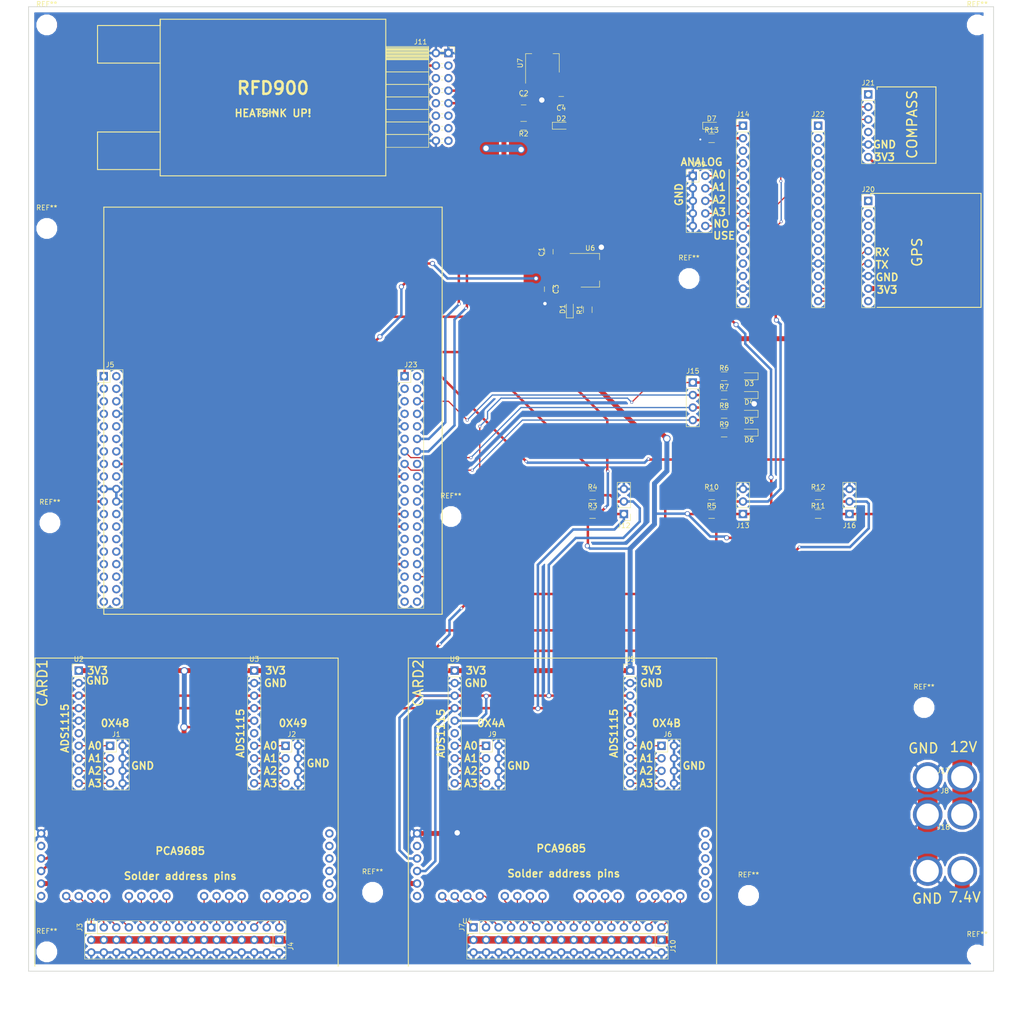
<source format=kicad_pcb>
(kicad_pcb (version 4) (host pcbnew 4.0.6)
  (title_block (title "The Hub") (rev 1.0) (company "Desert Jackal"))
  (layers (0 F.Cu signal) (31 B.Cu signal) (34 B.Paste user) (35 F.Paste user) (36 B.SilkS user) (37 F.SilkS user) (38 B.Mask user) (39 F.Mask user) (44 Edge.Cuts user))
  (net 0 "")
  (net 1 +12V)
  (net 2 GND)
  (net 3 +3V3)
  (net 4 +5V)
  (net 5 "Net-(D1-Pad1)")
  (net 6 "Net-(D2-Pad1)")
  (net 7 "Net-(D3-Pad2)")
  (net 8 "Net-(D4-Pad2)")
  (net 9 "Net-(D5-Pad2)")
  (net 10 "Net-(D6-Pad2)")
  (net 11 /D13)
  (net 12 "Net-(D7-Pad1)")
  (net 13 "Net-(J1-Pad1)")
  (net 14 "Net-(J1-Pad3)")
  (net 15 "Net-(J1-Pad5)")
  (net 16 "Net-(J1-Pad7)")
  (net 17 "Net-(J2-Pad1)")
  (net 18 "Net-(J2-Pad3)")
  (net 19 "Net-(J2-Pad5)")
  (net 20 "Net-(J2-Pad7)")
  (net 21 "Net-(J3-Pad1)")
  (net 22 "Net-(J3-Pad2)")
  (net 23 "Net-(J3-Pad3)")
  (net 24 "Net-(J3-Pad4)")
  (net 25 "Net-(J3-Pad5)")
  (net 26 "Net-(J3-Pad6)")
  (net 27 "Net-(J3-Pad7)")
  (net 28 "Net-(J3-Pad8)")
  (net 29 "Net-(J3-Pad9)")
  (net 30 "Net-(J3-Pad10)")
  (net 31 "Net-(J3-Pad11)")
  (net 32 "Net-(J3-Pad12)")
  (net 33 "Net-(J3-Pad13)")
  (net 34 "Net-(J3-Pad14)")
  (net 35 "Net-(J3-Pad15)")
  (net 36 "Net-(J3-Pad16)")
  (net 37 /7.4V)
  (net 38 /PC9)
  (net 39 /PC8)
  (net 40 /PB8)
  (net 41 /PC6)
  (net 42 /PB9)
  (net 43 /PC5)
  (net 44 /AVDD)
  (net 45 "Net-(J5-Pad10)")
  (net 46 /PA5)
  (net 47 /PA12)
  (net 48 /PA6)
  (net 49 /PA11)
  (net 50 /PA7)
  (net 51 /PB12)
  (net 52 /PB6)
  (net 53 /PA9)
  (net 54 /PA8)
  (net 55 /PB1)
  (net 56 /A5)
  (net 57 /PB15)
  (net 58 /PB4)
  (net 59 /PB14)
  (net 60 /PB5)
  (net 61 /PB13)
  (net 62 /A4)
  (net 63 /AGND)
  (net 64 /PA10)
  (net 65 /PC4)
  (net 66 /PA2)
  (net 67 /PA3)
  (net 68 "Net-(J6-Pad1)")
  (net 69 "Net-(J6-Pad3)")
  (net 70 "Net-(J6-Pad5)")
  (net 71 "Net-(J6-Pad7)")
  (net 72 "Net-(J7-Pad1)")
  (net 73 "Net-(J7-Pad2)")
  (net 74 "Net-(J7-Pad3)")
  (net 75 "Net-(J7-Pad4)")
  (net 76 "Net-(J7-Pad5)")
  (net 77 "Net-(J7-Pad6)")
  (net 78 "Net-(J7-Pad7)")
  (net 79 "Net-(J7-Pad8)")
  (net 80 "Net-(J7-Pad9)")
  (net 81 "Net-(J7-Pad10)")
  (net 82 "Net-(J7-Pad11)")
  (net 83 "Net-(J7-Pad12)")
  (net 84 "Net-(J7-Pad13)")
  (net 85 "Net-(J7-Pad14)")
  (net 86 "Net-(J7-Pad15)")
  (net 87 "Net-(J7-Pad16)")
  (net 88 "Net-(J9-Pad1)")
  (net 89 "Net-(J9-Pad3)")
  (net 90 "Net-(J9-Pad5)")
  (net 91 "Net-(J9-Pad7)")
  (net 92 "Net-(J11-Pad3)")
  (net 93 "Net-(J11-Pad5)")
  (net 94 "Net-(J11-Pad6)")
  (net 95 "Net-(J11-Pad8)")
  (net 96 "Net-(J11-Pad10)")
  (net 97 "Net-(J11-Pad11)")
  (net 98 "Net-(J11-Pad12)")
  (net 99 "Net-(J11-Pad13)")
  (net 100 "Net-(J11-Pad14)")
  (net 101 "Net-(J11-Pad15)")
  (net 102 /PB7)
  (net 103 /REF)
  (net 104 /A0)
  (net 105 /A1)
  (net 106 /A2)
  (net 107 /A3)
  (net 108 /A6)
  (net 109 /A7)
  (net 110 "Net-(J14-Pad12)")
  (net 111 "Net-(J14-Pad13)")
  (net 112 /VIN)
  (net 113 "Net-(J20-Pad1)")
  (net 114 "Net-(J20-Pad2)")
  (net 115 "Net-(J20-Pad3)")
  (net 116 "Net-(J20-Pad4)")
  (net 117 /RX0)
  (net 118 /TX1)
  (net 119 "Net-(J20-Pad9)")
  (net 120 "Net-(J21-Pad1)")
  (net 121 "Net-(J21-Pad4)")
  (net 122 /D12)
  (net 123 /D11)
  (net 124 /D10)
  (net 125 /D9)
  (net 126 /D8)
  (net 127 /D7)
  (net 128 /D6)
  (net 129 /D5)
  (net 130 /D4)
  (net 131 /D3)
  (net 132 /D2)
  (net 133 "Net-(J22-Pad13)")
  (net 134 "Net-(U1-Pad6)")
  (net 135 "Net-(U1-Pad2)")
  (net 136 "Net-(U2-Pad6)")
  (net 137 "Net-(U3-Pad6)")
  (net 138 "Net-(U4-Pad6)")
  (net 139 "Net-(U4-Pad2)")
  (net 140 "Net-(U5-Pad6)")
  (net 141 "Net-(U9-Pad6)")
  (net 142 /PC10)
  (net 143 /PC11)
  (net 144 /PC12)
  (net 145 /PD2)
  (net 146 /VDD)
  (net 147 /E5V)
  (net 148 /BOOT0)
  (net 149 "Net-(J5-Pad9)")
  (net 150 "Net-(J5-Pad11)")
  (net 151 /IOREF)
  (net 152 /PA13)
  (net 153 /RESET)
  (net 154 /PA14)
  (net 155 /PA15)
  (net 156 /PC13)
  (net 157 "Net-(J5-Pad24)")
  (net 158 /PC14)
  (net 159 "Net-(J5-Pad26)")
  (net 160 /PC15)
  (net 161 /PA0)
  (net 162 /PH0)
  (net 163 /PA1)
  (net 164 /PH1)
  (net 165 /PA4)
  (net 166 /VBAT)
  (net 167 /PB0)
  (net 168 /PC2)
  (net 169 /PC1)
  (net 170 /PC3)
  (net 171 /PC0)
  (net 172 /U5V)
  (net 173 "Net-(J23-Pad10)")
  (net 174 "Net-(J23-Pad18)")
  (net 175 /PC7)
  (net 176 /PB2)
  (net 177 "Net-(J23-Pad36)")
  (net 178 "Net-(J23-Pad38)")
  (module Socket_Strips:Socket_Strip_Straight_1x10_Pitch2.54mm (layer F.Cu) (at 148.082 184.912)
    (fp_text reference U9 (at 0 -2.33) (layer F.SilkS))
    (fp_text value PRE-ADS1115)
    (pad 1 thru_hole rect (at 0 0) (size 1.7 1.7) (drill 1) (layers *.Cu *.Mask) (net 3 +3V3))
    (pad 2 thru_hole oval (at 0 2.54) (size 1.7 1.7) (drill 1) (layers *.Cu *.Mask) (net 2 GND))
    (pad 3 thru_hole oval (at 0 5.08) (size 1.7 1.7) (drill 1) (layers *.Cu *.Mask) (net 52 /PB6))
    (pad 4 thru_hole oval (at 0 7.62) (size 1.7 1.7) (drill 1) (layers *.Cu *.Mask) (net 102 /PB7))
    (pad 5 thru_hole oval (at 0 10.16) (size 1.7 1.7) (drill 1) (layers *.Cu *.Mask) (net 52 /PB6))
    (pad 6 thru_hole oval (at 0 12.7) (size 1.7 1.7) (drill 1) (layers *.Cu *.Mask) (net 141 "Net-(U9-Pad6)"))
    (pad 7 thru_hole oval (at 0 15.24) (size 1.7 1.7) (drill 1) (layers *.Cu *.Mask) (net 88 "Net-(J9-Pad1)"))
    (pad 8 thru_hole oval (at 0 17.78) (size 1.7 1.7) (drill 1) (layers *.Cu *.Mask) (net 89 "Net-(J9-Pad3)"))
    (pad 9 thru_hole oval (at 0 20.32) (size 1.7 1.7) (drill 1) (layers *.Cu *.Mask) (net 90 "Net-(J9-Pad5)"))
    (pad 10 thru_hole oval (at 0 22.86) (size 1.7 1.7) (drill 1) (layers *.Cu *.Mask) (net 91 "Net-(J9-Pad7)"))
  )
  (module TO_SOT_Packages_SMD:SOT-223-3Lead_TabPin2 (layer F.Cu) (at 175.5394 103.7336)
    (fp_text reference U6 (at 0 -4.5) (layer F.SilkS))
    (fp_text value TL1963)
    (pad 2 smd rect (at 3.15 0) (size 2 3.8) (layers F.Cu F.Paste F.Mask) (net 2 GND))
    (pad 2 smd rect (at -3.15 0) (size 2 1.5) (layers F.Cu F.Paste F.Mask) (net 2 GND))
    (pad 3 smd rect (at -3.15 2.3) (size 2 1.5) (layers F.Cu F.Paste F.Mask) (net 3 +3V3))
    (pad 1 smd rect (at -3.15 -2.3) (size 2 1.5) (layers F.Cu F.Paste F.Mask) (net 1 +12V))
  )
  (module Socket_Strips:Socket_Strip_Straight_1x10_Pitch2.54mm (layer F.Cu) (at 183.642 184.912)
    (fp_text reference U5 (at 0 -2.33) (layer F.SilkS))
    (fp_text value PRE-ADS1115)
    (pad 1 thru_hole rect (at 0 0) (size 1.7 1.7) (drill 1) (layers *.Cu *.Mask) (net 3 +3V3))
    (pad 2 thru_hole oval (at 0 2.54) (size 1.7 1.7) (drill 1) (layers *.Cu *.Mask) (net 2 GND))
    (pad 3 thru_hole oval (at 0 5.08) (size 1.7 1.7) (drill 1) (layers *.Cu *.Mask) (net 52 /PB6))
    (pad 4 thru_hole oval (at 0 7.62) (size 1.7 1.7) (drill 1) (layers *.Cu *.Mask) (net 102 /PB7))
    (pad 5 thru_hole oval (at 0 10.16) (size 1.7 1.7) (drill 1) (layers *.Cu *.Mask) (net 102 /PB7))
    (pad 6 thru_hole oval (at 0 12.7) (size 1.7 1.7) (drill 1) (layers *.Cu *.Mask) (net 140 "Net-(U5-Pad6)"))
    (pad 7 thru_hole oval (at 0 15.24) (size 1.7 1.7) (drill 1) (layers *.Cu *.Mask) (net 68 "Net-(J6-Pad1)"))
    (pad 8 thru_hole oval (at 0 17.78) (size 1.7 1.7) (drill 1) (layers *.Cu *.Mask) (net 69 "Net-(J6-Pad3)"))
    (pad 9 thru_hole oval (at 0 20.32) (size 1.7 1.7) (drill 1) (layers *.Cu *.Mask) (net 70 "Net-(J6-Pad5)"))
    (pad 10 thru_hole oval (at 0 22.86) (size 1.7 1.7) (drill 1) (layers *.Cu *.Mask) (net 71 "Net-(J6-Pad7)"))
  )
  (module Socket_Strips:Socket_Strip_Straight_1x10_Pitch2.54mm (layer F.Cu) (at 107.442 184.912)
    (fp_text reference U3 (at 0 -2.33) (layer F.SilkS))
    (fp_text value PRE-ADS1115)
    (pad 1 thru_hole rect (at 0 0) (size 1.7 1.7) (drill 1) (layers *.Cu *.Mask) (net 3 +3V3))
    (pad 2 thru_hole oval (at 0 2.54) (size 1.7 1.7) (drill 1) (layers *.Cu *.Mask) (net 2 GND))
    (pad 3 thru_hole oval (at 0 5.08) (size 1.7 1.7) (drill 1) (layers *.Cu *.Mask) (net 52 /PB6))
    (pad 4 thru_hole oval (at 0 7.62) (size 1.7 1.7) (drill 1) (layers *.Cu *.Mask) (net 102 /PB7))
    (pad 5 thru_hole oval (at 0 10.16) (size 1.7 1.7) (drill 1) (layers *.Cu *.Mask) (net 3 +3V3))
    (pad 6 thru_hole oval (at 0 12.7) (size 1.7 1.7) (drill 1) (layers *.Cu *.Mask) (net 137 "Net-(U3-Pad6)"))
    (pad 7 thru_hole oval (at 0 15.24) (size 1.7 1.7) (drill 1) (layers *.Cu *.Mask) (net 17 "Net-(J2-Pad1)"))
    (pad 8 thru_hole oval (at 0 17.78) (size 1.7 1.7) (drill 1) (layers *.Cu *.Mask) (net 18 "Net-(J2-Pad3)"))
    (pad 9 thru_hole oval (at 0 20.32) (size 1.7 1.7) (drill 1) (layers *.Cu *.Mask) (net 19 "Net-(J2-Pad5)"))
    (pad 10 thru_hole oval (at 0 22.86) (size 1.7 1.7) (drill 1) (layers *.Cu *.Mask) (net 20 "Net-(J2-Pad7)"))
  )
  (module Socket_Strips:Socket_Strip_Straight_1x10_Pitch2.54mm (layer F.Cu) (at 71.882 184.912)
    (fp_text reference U2 (at 0 -2.33) (layer F.SilkS))
    (fp_text value PRE-ADS1115)
    (pad 1 thru_hole rect (at 0 0) (size 1.7 1.7) (drill 1) (layers *.Cu *.Mask) (net 3 +3V3))
    (pad 2 thru_hole oval (at 0 2.54) (size 1.7 1.7) (drill 1) (layers *.Cu *.Mask) (net 2 GND))
    (pad 3 thru_hole oval (at 0 5.08) (size 1.7 1.7) (drill 1) (layers *.Cu *.Mask) (net 52 /PB6))
    (pad 4 thru_hole oval (at 0 7.62) (size 1.7 1.7) (drill 1) (layers *.Cu *.Mask) (net 102 /PB7))
    (pad 5 thru_hole oval (at 0 10.16) (size 1.7 1.7) (drill 1) (layers *.Cu *.Mask) (net 2 GND))
    (pad 6 thru_hole oval (at 0 12.7) (size 1.7 1.7) (drill 1) (layers *.Cu *.Mask) (net 136 "Net-(U2-Pad6)"))
    (pad 7 thru_hole oval (at 0 15.24) (size 1.7 1.7) (drill 1) (layers *.Cu *.Mask) (net 13 "Net-(J1-Pad1)"))
    (pad 8 thru_hole oval (at 0 17.78) (size 1.7 1.7) (drill 1) (layers *.Cu *.Mask) (net 14 "Net-(J1-Pad3)"))
    (pad 9 thru_hole oval (at 0 20.32) (size 1.7 1.7) (drill 1) (layers *.Cu *.Mask) (net 15 "Net-(J1-Pad5)"))
    (pad 10 thru_hole oval (at 0 22.86) (size 1.7 1.7) (drill 1) (layers *.Cu *.Mask) (net 16 "Net-(J1-Pad7)"))
  )
  (module Socket_Strips:Socket_Strip_Straight_1x15_Pitch2.54mm (layer F.Cu) (at 221.742 74.422)
    (fp_text reference J22 (at 0 -2.33) (layer F.SilkS))
    (fp_text value "ARDUINO NANO RIGHT")
    (pad 1 thru_hole rect (at 0 0) (size 1.7 1.7) (drill 1) (layers *.Cu *.Mask) (net 122 /D12))
    (pad 2 thru_hole oval (at 0 2.54) (size 1.7 1.7) (drill 1) (layers *.Cu *.Mask) (net 123 /D11))
    (pad 3 thru_hole oval (at 0 5.08) (size 1.7 1.7) (drill 1) (layers *.Cu *.Mask) (net 124 /D10))
    (pad 4 thru_hole oval (at 0 7.62) (size 1.7 1.7) (drill 1) (layers *.Cu *.Mask) (net 125 /D9))
    (pad 5 thru_hole oval (at 0 10.16) (size 1.7 1.7) (drill 1) (layers *.Cu *.Mask) (net 126 /D8))
    (pad 6 thru_hole oval (at 0 12.7) (size 1.7 1.7) (drill 1) (layers *.Cu *.Mask) (net 127 /D7))
    (pad 7 thru_hole oval (at 0 15.24) (size 1.7 1.7) (drill 1) (layers *.Cu *.Mask) (net 128 /D6))
    (pad 8 thru_hole oval (at 0 17.78) (size 1.7 1.7) (drill 1) (layers *.Cu *.Mask) (net 129 /D5))
    (pad 9 thru_hole oval (at 0 20.32) (size 1.7 1.7) (drill 1) (layers *.Cu *.Mask) (net 130 /D4))
    (pad 10 thru_hole oval (at 0 22.86) (size 1.7 1.7) (drill 1) (layers *.Cu *.Mask) (net 131 /D3))
    (pad 11 thru_hole oval (at 0 25.4) (size 1.7 1.7) (drill 1) (layers *.Cu *.Mask) (net 132 /D2))
    (pad 12 thru_hole oval (at 0 27.94) (size 1.7 1.7) (drill 1) (layers *.Cu *.Mask) (net 2 GND))
    (pad 13 thru_hole oval (at 0 30.48) (size 1.7 1.7) (drill 1) (layers *.Cu *.Mask) (net 133 "Net-(J22-Pad13)"))
    (pad 14 thru_hole oval (at 0 33.02) (size 1.7 1.7) (drill 1) (layers *.Cu *.Mask) (net 117 /RX0))
    (pad 15 thru_hole oval (at 0 35.56) (size 1.7 1.7) (drill 1) (layers *.Cu *.Mask) (net 118 /TX1))
  )
  (module Socket_Strips:Socket_Strip_Straight_1x06_Pitch2.54mm (layer F.Cu) (at 231.902 68.072)
    (fp_text reference J21 (at 0 -2.33) (layer F.SilkS))
    (fp_text value COMPASS)
    (pad 1 thru_hole rect (at 0 0) (size 1.7 1.7) (drill 1) (layers *.Cu *.Mask) (net 120 "Net-(J21-Pad1)"))
    (pad 2 thru_hole oval (at 0 2.54) (size 1.7 1.7) (drill 1) (layers *.Cu *.Mask) (net 56 /A5))
    (pad 3 thru_hole oval (at 0 5.08) (size 1.7 1.7) (drill 1) (layers *.Cu *.Mask) (net 62 /A4))
    (pad 4 thru_hole oval (at 0 7.62) (size 1.7 1.7) (drill 1) (layers *.Cu *.Mask) (net 121 "Net-(J21-Pad4)"))
    (pad 5 thru_hole oval (at 0 10.16) (size 1.7 1.7) (drill 1) (layers *.Cu *.Mask) (net 2 GND))
    (pad 6 thru_hole oval (at 0 12.7) (size 1.7 1.7) (drill 1) (layers *.Cu *.Mask) (net 3 +3V3))
  )
  (module Socket_Strips:Socket_Strip_Straight_1x09_Pitch2.54mm (layer F.Cu) (at 231.902 89.662)
    (fp_text reference J20 (at 0 -2.33) (layer F.SilkS))
    (fp_text value GPS)
    (pad 1 thru_hole rect (at 0 0) (size 1.7 1.7) (drill 1) (layers *.Cu *.Mask) (net 113 "Net-(J20-Pad1)"))
    (pad 2 thru_hole oval (at 0 2.54) (size 1.7 1.7) (drill 1) (layers *.Cu *.Mask) (net 114 "Net-(J20-Pad2)"))
    (pad 3 thru_hole oval (at 0 5.08) (size 1.7 1.7) (drill 1) (layers *.Cu *.Mask) (net 115 "Net-(J20-Pad3)"))
    (pad 4 thru_hole oval (at 0 7.62) (size 1.7 1.7) (drill 1) (layers *.Cu *.Mask) (net 116 "Net-(J20-Pad4)"))
    (pad 5 thru_hole oval (at 0 10.16) (size 1.7 1.7) (drill 1) (layers *.Cu *.Mask) (net 117 /RX0))
    (pad 6 thru_hole oval (at 0 12.7) (size 1.7 1.7) (drill 1) (layers *.Cu *.Mask) (net 118 /TX1))
    (pad 7 thru_hole oval (at 0 15.24) (size 1.7 1.7) (drill 1) (layers *.Cu *.Mask) (net 2 GND))
    (pad 8 thru_hole oval (at 0 17.78) (size 1.7 1.7) (drill 1) (layers *.Cu *.Mask) (net 3 +3V3))
    (pad 9 thru_hole oval (at 0 20.32) (size 1.7 1.7) (drill 1) (layers *.Cu *.Mask) (net 119 "Net-(J20-Pad9)"))
  )
  (module Socket_Strips:Socket_Strip_Straight_1x15_Pitch2.54mm (layer F.Cu) (at 206.502 74.422)
    (fp_text reference J14 (at 0 -2.33) (layer F.SilkS))
    (fp_text value "ARDUINO NANO LEFT")
    (pad 1 thru_hole rect (at 0 0) (size 1.7 1.7) (drill 1) (layers *.Cu *.Mask) (net 11 /D13))
    (pad 2 thru_hole oval (at 0 2.54) (size 1.7 1.7) (drill 1) (layers *.Cu *.Mask) (net 3 +3V3))
    (pad 3 thru_hole oval (at 0 5.08) (size 1.7 1.7) (drill 1) (layers *.Cu *.Mask) (net 103 /REF))
    (pad 4 thru_hole oval (at 0 7.62) (size 1.7 1.7) (drill 1) (layers *.Cu *.Mask) (net 104 /A0))
    (pad 5 thru_hole oval (at 0 10.16) (size 1.7 1.7) (drill 1) (layers *.Cu *.Mask) (net 105 /A1))
    (pad 6 thru_hole oval (at 0 12.7) (size 1.7 1.7) (drill 1) (layers *.Cu *.Mask) (net 106 /A2))
    (pad 7 thru_hole oval (at 0 15.24) (size 1.7 1.7) (drill 1) (layers *.Cu *.Mask) (net 107 /A3))
    (pad 8 thru_hole oval (at 0 17.78) (size 1.7 1.7) (drill 1) (layers *.Cu *.Mask) (net 62 /A4))
    (pad 9 thru_hole oval (at 0 20.32) (size 1.7 1.7) (drill 1) (layers *.Cu *.Mask) (net 56 /A5))
    (pad 10 thru_hole oval (at 0 22.86) (size 1.7 1.7) (drill 1) (layers *.Cu *.Mask) (net 108 /A6))
    (pad 11 thru_hole oval (at 0 25.4) (size 1.7 1.7) (drill 1) (layers *.Cu *.Mask) (net 109 /A7))
    (pad 12 thru_hole oval (at 0 27.94) (size 1.7 1.7) (drill 1) (layers *.Cu *.Mask) (net 110 "Net-(J14-Pad12)"))
    (pad 13 thru_hole oval (at 0 30.48) (size 1.7 1.7) (drill 1) (layers *.Cu *.Mask) (net 111 "Net-(J14-Pad13)"))
    (pad 14 thru_hole oval (at 0 33.02) (size 1.7 1.7) (drill 1) (layers *.Cu *.Mask) (net 2 GND))
    (pad 15 thru_hole oval (at 0 35.56) (size 1.7 1.7) (drill 1) (layers *.Cu *.Mask) (net 112 /VIN))
  )
  (module Socket_Strips:Socket_Strip_Angled_2x08_Pitch2.54mm (layer F.Cu) (at 146.812 59.69)
    (fp_text reference J11 (at -5.65 -2.27) (layer F.SilkS))
    (fp_text value RFD900)
    (pad 1 thru_hole rect (at 0 0) (size 1.7 1.7) (drill 1) (layers *.Cu *.Mask) (net 2 GND))
    (pad 2 thru_hole oval (at -2.54 0) (size 1.7 1.7) (drill 1) (layers *.Cu *.Mask) (net 2 GND))
    (pad 3 thru_hole oval (at 0 2.54) (size 1.7 1.7) (drill 1) (layers *.Cu *.Mask) (net 92 "Net-(J11-Pad3)"))
    (pad 4 thru_hole oval (at -2.54 2.54) (size 1.7 1.7) (drill 1) (layers *.Cu *.Mask) (net 4 +5V))
    (pad 5 thru_hole oval (at 0 5.08) (size 1.7 1.7) (drill 1) (layers *.Cu *.Mask) (net 93 "Net-(J11-Pad5)"))
    (pad 6 thru_hole oval (at -2.54 5.08) (size 1.7 1.7) (drill 1) (layers *.Cu *.Mask) (net 94 "Net-(J11-Pad6)"))
    (pad 7 thru_hole oval (at 0 7.62) (size 1.7 1.7) (drill 1) (layers *.Cu *.Mask) (net 49 /PA11))
    (pad 8 thru_hole oval (at -2.54 7.62) (size 1.7 1.7) (drill 1) (layers *.Cu *.Mask) (net 95 "Net-(J11-Pad8)"))
    (pad 9 thru_hole oval (at 0 10.16) (size 1.7 1.7) (drill 1) (layers *.Cu *.Mask) (net 47 /PA12))
    (pad 10 thru_hole oval (at -2.54 10.16) (size 1.7 1.7) (drill 1) (layers *.Cu *.Mask) (net 96 "Net-(J11-Pad10)"))
    (pad 11 thru_hole oval (at 0 12.7) (size 1.7 1.7) (drill 1) (layers *.Cu *.Mask) (net 97 "Net-(J11-Pad11)"))
    (pad 12 thru_hole oval (at -2.54 12.7) (size 1.7 1.7) (drill 1) (layers *.Cu *.Mask) (net 98 "Net-(J11-Pad12)"))
    (pad 13 thru_hole oval (at 0 15.24) (size 1.7 1.7) (drill 1) (layers *.Cu *.Mask) (net 99 "Net-(J11-Pad13)"))
    (pad 14 thru_hole oval (at -2.54 15.24) (size 1.7 1.7) (drill 1) (layers *.Cu *.Mask) (net 100 "Net-(J11-Pad14)"))
    (pad 15 thru_hole oval (at 0 17.78) (size 1.7 1.7) (drill 1) (layers *.Cu *.Mask) (net 101 "Net-(J11-Pad15)"))
    (pad 16 thru_hole oval (at -2.54 17.78) (size 1.7 1.7) (drill 1) (layers *.Cu *.Mask) (net 2 GND))
  )
  (module Pin_Headers:Pin_Header_Straight_2x16_Pitch2.54mm (layer F.Cu) (at 189.992 239.522 270)
    (fp_text reference J10 (at 1.27 -2.33 270) (layer F.SilkS))
    (fp_text value "SCIENCE + WHEELS POWER CONN")
    (pad 1 thru_hole rect (at 0 0 270) (size 1.7 1.7) (drill 1) (layers *.Cu *.Mask) (net 37 /7.4V))
    (pad 2 thru_hole oval (at 2.54 0 270) (size 1.7 1.7) (drill 1) (layers *.Cu *.Mask) (net 2 GND))
    (pad 3 thru_hole oval (at 0 2.54 270) (size 1.7 1.7) (drill 1) (layers *.Cu *.Mask) (net 37 /7.4V))
    (pad 4 thru_hole oval (at 2.54 2.54 270) (size 1.7 1.7) (drill 1) (layers *.Cu *.Mask) (net 2 GND))
    (pad 5 thru_hole oval (at 0 5.08 270) (size 1.7 1.7) (drill 1) (layers *.Cu *.Mask) (net 37 /7.4V))
    (pad 6 thru_hole oval (at 2.54 5.08 270) (size 1.7 1.7) (drill 1) (layers *.Cu *.Mask) (net 2 GND))
    (pad 7 thru_hole oval (at 0 7.62 270) (size 1.7 1.7) (drill 1) (layers *.Cu *.Mask) (net 37 /7.4V))
    (pad 8 thru_hole oval (at 2.54 7.62 270) (size 1.7 1.7) (drill 1) (layers *.Cu *.Mask) (net 2 GND))
    (pad 9 thru_hole oval (at 0 10.16 270) (size 1.7 1.7) (drill 1) (layers *.Cu *.Mask) (net 37 /7.4V))
    (pad 10 thru_hole oval (at 2.54 10.16 270) (size 1.7 1.7) (drill 1) (layers *.Cu *.Mask) (net 2 GND))
    (pad 11 thru_hole oval (at 0 12.7 270) (size 1.7 1.7) (drill 1) (layers *.Cu *.Mask) (net 37 /7.4V))
    (pad 12 thru_hole oval (at 2.54 12.7 270) (size 1.7 1.7) (drill 1) (layers *.Cu *.Mask) (net 2 GND))
    (pad 13 thru_hole oval (at 0 15.24 270) (size 1.7 1.7) (drill 1) (layers *.Cu *.Mask) (net 37 /7.4V))
    (pad 14 thru_hole oval (at 2.54 15.24 270) (size 1.7 1.7) (drill 1) (layers *.Cu *.Mask) (net 2 GND))
    (pad 15 thru_hole oval (at 0 17.78 270) (size 1.7 1.7) (drill 1) (layers *.Cu *.Mask) (net 37 /7.4V))
    (pad 16 thru_hole oval (at 2.54 17.78 270) (size 1.7 1.7) (drill 1) (layers *.Cu *.Mask) (net 2 GND))
    (pad 17 thru_hole oval (at 0 20.32 270) (size 1.7 1.7) (drill 1) (layers *.Cu *.Mask) (net 37 /7.4V))
    (pad 18 thru_hole oval (at 2.54 20.32 270) (size 1.7 1.7) (drill 1) (layers *.Cu *.Mask) (net 2 GND))
    (pad 19 thru_hole oval (at 0 22.86 270) (size 1.7 1.7) (drill 1) (layers *.Cu *.Mask) (net 37 /7.4V))
    (pad 20 thru_hole oval (at 2.54 22.86 270) (size 1.7 1.7) (drill 1) (layers *.Cu *.Mask) (net 2 GND))
    (pad 21 thru_hole oval (at 0 25.4 270) (size 1.7 1.7) (drill 1) (layers *.Cu *.Mask) (net 37 /7.4V))
    (pad 22 thru_hole oval (at 2.54 25.4 270) (size 1.7 1.7) (drill 1) (layers *.Cu *.Mask) (net 2 GND))
    (pad 23 thru_hole oval (at 0 27.94 270) (size 1.7 1.7) (drill 1) (layers *.Cu *.Mask) (net 37 /7.4V))
    (pad 24 thru_hole oval (at 2.54 27.94 270) (size 1.7 1.7) (drill 1) (layers *.Cu *.Mask) (net 2 GND))
    (pad 25 thru_hole oval (at 0 30.48 270) (size 1.7 1.7) (drill 1) (layers *.Cu *.Mask) (net 37 /7.4V))
    (pad 26 thru_hole oval (at 2.54 30.48 270) (size 1.7 1.7) (drill 1) (layers *.Cu *.Mask) (net 2 GND))
    (pad 27 thru_hole oval (at 0 33.02 270) (size 1.7 1.7) (drill 1) (layers *.Cu *.Mask) (net 37 /7.4V))
    (pad 28 thru_hole oval (at 2.54 33.02 270) (size 1.7 1.7) (drill 1) (layers *.Cu *.Mask) (net 2 GND))
    (pad 29 thru_hole oval (at 0 35.56 270) (size 1.7 1.7) (drill 1) (layers *.Cu *.Mask) (net 37 /7.4V))
    (pad 30 thru_hole oval (at 2.54 35.56 270) (size 1.7 1.7) (drill 1) (layers *.Cu *.Mask) (net 2 GND))
    (pad 31 thru_hole oval (at 0 38.1 270) (size 1.7 1.7) (drill 1) (layers *.Cu *.Mask) (net 37 /7.4V))
    (pad 32 thru_hole oval (at 2.54 38.1 270) (size 1.7 1.7) (drill 1) (layers *.Cu *.Mask) (net 2 GND))
  )
  (module TO_SOT_Packages_SMD:SOT-223 (layer F.Cu) (at 165.862 61.722 90)
    (fp_text reference U7 (at 0 -4.5 90) (layer F.SilkS))
    (fp_text value LM340MP-5.0)
    (pad 4 smd rect (at 3.15 0 90) (size 2 3.8) (layers F.Cu F.Paste F.Mask))
    (pad 2 smd rect (at -3.15 0 90) (size 2 1.5) (layers F.Cu F.Paste F.Mask) (net 2 GND))
    (pad 3 smd rect (at -3.15 2.3 90) (size 2 1.5) (layers F.Cu F.Paste F.Mask) (net 4 +5V))
    (pad 1 smd rect (at -3.15 -2.3 90) (size 2 1.5) (layers F.Cu F.Paste F.Mask) (net 1 +12V))
  )
  (module FoxWestern:PCA9685 (layer F.Cu) (at 150.622 230.632)
    (fp_text reference U4 (at 0 5.08) (layer F.SilkS))
    (fp_text value PRE-PCA9685)
    (pad 6 thru_hole circle (at -10.16 0) (size 1.7 1.7) (drill 1) (layers *.Cu *.Mask) (net 138 "Net-(U4-Pad6)"))
    (pad 7 thru_hole circle (at -5.08 0) (size 1.7 1.7) (drill 1) (layers *.Cu *.Mask) (net 72 "Net-(J7-Pad1)"))
    (pad 8 thru_hole circle (at -2.54 0) (size 1.7 1.7) (drill 1) (layers *.Cu *.Mask) (net 73 "Net-(J7-Pad2)"))
    (pad 9 thru_hole circle (at 0 0) (size 1.7 1.7) (drill 1) (layers *.Cu *.Mask) (net 74 "Net-(J7-Pad3)"))
    (pad 10 thru_hole circle (at 2.54 0) (size 1.7 1.7) (drill 1) (layers *.Cu *.Mask) (net 75 "Net-(J7-Pad4)"))
    (pad 11 thru_hole circle (at 7.62 0) (size 1.7 1.7) (drill 1) (layers *.Cu *.Mask) (net 76 "Net-(J7-Pad5)"))
    (pad 12 thru_hole circle (at 10.16 0) (size 1.7 1.7) (drill 1) (layers *.Cu *.Mask) (net 77 "Net-(J7-Pad6)"))
    (pad 13 thru_hole circle (at 12.7 0) (size 1.7 1.7) (drill 1) (layers *.Cu *.Mask) (net 78 "Net-(J7-Pad7)"))
    (pad 14 thru_hole circle (at 15.24 0) (size 1.7 1.7) (drill 1) (layers *.Cu *.Mask) (net 79 "Net-(J7-Pad8)"))
    (pad 15 thru_hole circle (at 22.86 0) (size 1.7 1.7) (drill 1) (layers *.Cu *.Mask) (net 80 "Net-(J7-Pad9)"))
    (pad 16 thru_hole circle (at 25.4 0) (size 1.7 1.7) (drill 1) (layers *.Cu *.Mask) (net 81 "Net-(J7-Pad10)"))
    (pad 17 thru_hole circle (at 27.94 0) (size 1.7 1.7) (drill 1) (layers *.Cu *.Mask) (net 82 "Net-(J7-Pad11)"))
    (pad 18 thru_hole circle (at 30.48 0) (size 1.7 1.7) (drill 1) (layers *.Cu *.Mask) (net 83 "Net-(J7-Pad12)"))
    (pad 19 thru_hole circle (at 35.56 0) (size 1.7 1.7) (drill 1) (layers *.Cu *.Mask) (net 84 "Net-(J7-Pad13)"))
    (pad 20 thru_hole circle (at 38.1 0) (size 1.7 1.7) (drill 1) (layers *.Cu *.Mask) (net 85 "Net-(J7-Pad14)"))
    (pad 21 thru_hole circle (at 40.64 0) (size 1.7 1.7) (drill 1) (layers *.Cu *.Mask) (net 86 "Net-(J7-Pad15)"))
    (pad 5 thru_hole circle (at -10.16 -2.54) (size 1.7 1.7) (drill 1) (layers *.Cu *.Mask) (net 3 +3V3))
    (pad 4 thru_hole circle (at -10.16 -5.08) (size 1.7 1.7) (drill 1) (layers *.Cu *.Mask) (net 102 /PB7))
    (pad 3 thru_hole circle (at -10.16 -7.62) (size 1.7 1.7) (drill 1) (layers *.Cu *.Mask) (net 52 /PB6))
    (pad 2 thru_hole circle (at -10.16 -10.16) (size 1.7 1.7) (drill 1) (layers *.Cu *.Mask) (net 139 "Net-(U4-Pad2)"))
    (pad 1 thru_hole circle (at -10.16 -12.7) (size 1.7 1.7) (drill 1) (layers *.Cu *.Mask) (net 2 GND))
    (pad 22 thru_hole circle (at 43.18 0) (size 1.7 1.7) (drill 1) (layers *.Cu *.Mask) (net 87 "Net-(J7-Pad16)"))
    (pad 23 thru_hole circle (at 48.26 0) (size 1.7 1.7) (drill 1) (layers *.Cu *.Mask))
    (pad 24 thru_hole circle (at 48.26 -2.54) (size 1.7 1.7) (drill 1) (layers *.Cu *.Mask))
    (pad 25 thru_hole circle (at 48.26 -5.08) (size 1.7 1.7) (drill 1) (layers *.Cu *.Mask))
    (pad 26 thru_hole circle (at 48.26 -7.62) (size 1.7 1.7) (drill 1) (layers *.Cu *.Mask))
    (pad 27 thru_hole circle (at 48.26 -10.16) (size 1.7 1.7) (drill 1) (layers *.Cu *.Mask))
    (pad 28 thru_hole circle (at 48.26 -12.7) (size 1.7 1.7) (drill 1) (layers *.Cu *.Mask))
  )
  (module FoxWestern:PCA9685 (layer F.Cu) (at 74.422 230.632)
    (fp_text reference U1 (at 0 5.08) (layer F.SilkS))
    (fp_text value PRE-PCA9685)
    (pad 6 thru_hole circle (at -10.16 0) (size 1.7 1.7) (drill 1) (layers *.Cu *.Mask) (net 134 "Net-(U1-Pad6)"))
    (pad 7 thru_hole circle (at -5.08 0) (size 1.7 1.7) (drill 1) (layers *.Cu *.Mask) (net 21 "Net-(J3-Pad1)"))
    (pad 8 thru_hole circle (at -2.54 0) (size 1.7 1.7) (drill 1) (layers *.Cu *.Mask) (net 22 "Net-(J3-Pad2)"))
    (pad 9 thru_hole circle (at 0 0) (size 1.7 1.7) (drill 1) (layers *.Cu *.Mask) (net 23 "Net-(J3-Pad3)"))
    (pad 10 thru_hole circle (at 2.54 0) (size 1.7 1.7) (drill 1) (layers *.Cu *.Mask) (net 24 "Net-(J3-Pad4)"))
    (pad 11 thru_hole circle (at 7.62 0) (size 1.7 1.7) (drill 1) (layers *.Cu *.Mask) (net 25 "Net-(J3-Pad5)"))
    (pad 12 thru_hole circle (at 10.16 0) (size 1.7 1.7) (drill 1) (layers *.Cu *.Mask) (net 26 "Net-(J3-Pad6)"))
    (pad 13 thru_hole circle (at 12.7 0) (size 1.7 1.7) (drill 1) (layers *.Cu *.Mask) (net 27 "Net-(J3-Pad7)"))
    (pad 14 thru_hole circle (at 15.24 0) (size 1.7 1.7) (drill 1) (layers *.Cu *.Mask) (net 28 "Net-(J3-Pad8)"))
    (pad 15 thru_hole circle (at 22.86 0) (size 1.7 1.7) (drill 1) (layers *.Cu *.Mask) (net 29 "Net-(J3-Pad9)"))
    (pad 16 thru_hole circle (at 25.4 0) (size 1.7 1.7) (drill 1) (layers *.Cu *.Mask) (net 30 "Net-(J3-Pad10)"))
    (pad 17 thru_hole circle (at 27.94 0) (size 1.7 1.7) (drill 1) (layers *.Cu *.Mask) (net 31 "Net-(J3-Pad11)"))
    (pad 18 thru_hole circle (at 30.48 0) (size 1.7 1.7) (drill 1) (layers *.Cu *.Mask) (net 32 "Net-(J3-Pad12)"))
    (pad 19 thru_hole circle (at 35.56 0) (size 1.7 1.7) (drill 1) (layers *.Cu *.Mask) (net 33 "Net-(J3-Pad13)"))
    (pad 20 thru_hole circle (at 38.1 0) (size 1.7 1.7) (drill 1) (layers *.Cu *.Mask) (net 34 "Net-(J3-Pad14)"))
    (pad 21 thru_hole circle (at 40.64 0) (size 1.7 1.7) (drill 1) (layers *.Cu *.Mask) (net 35 "Net-(J3-Pad15)"))
    (pad 5 thru_hole circle (at -10.16 -2.54) (size 1.7 1.7) (drill 1) (layers *.Cu *.Mask) (net 3 +3V3))
    (pad 4 thru_hole circle (at -10.16 -5.08) (size 1.7 1.7) (drill 1) (layers *.Cu *.Mask) (net 102 /PB7))
    (pad 3 thru_hole circle (at -10.16 -7.62) (size 1.7 1.7) (drill 1) (layers *.Cu *.Mask) (net 52 /PB6))
    (pad 2 thru_hole circle (at -10.16 -10.16) (size 1.7 1.7) (drill 1) (layers *.Cu *.Mask) (net 135 "Net-(U1-Pad2)"))
    (pad 1 thru_hole circle (at -10.16 -12.7) (size 1.7 1.7) (drill 1) (layers *.Cu *.Mask) (net 2 GND))
    (pad 22 thru_hole circle (at 43.18 0) (size 1.7 1.7) (drill 1) (layers *.Cu *.Mask) (net 36 "Net-(J3-Pad16)"))
    (pad 23 thru_hole circle (at 48.26 0) (size 1.7 1.7) (drill 1) (layers *.Cu *.Mask))
    (pad 24 thru_hole circle (at 48.26 -2.54) (size 1.7 1.7) (drill 1) (layers *.Cu *.Mask))
    (pad 25 thru_hole circle (at 48.26 -5.08) (size 1.7 1.7) (drill 1) (layers *.Cu *.Mask))
    (pad 26 thru_hole circle (at 48.26 -7.62) (size 1.7 1.7) (drill 1) (layers *.Cu *.Mask))
    (pad 27 thru_hole circle (at 48.26 -10.16) (size 1.7 1.7) (drill 1) (layers *.Cu *.Mask))
    (pad 28 thru_hole circle (at 48.26 -12.7) (size 1.7 1.7) (drill 1) (layers *.Cu *.Mask))
  )
  (module Resistors_SMD:R_0805 (layer F.Cu) (at 200.152 76.962)
    (fp_text reference R13 (at 0 -1.65) (layer F.SilkS))
    (fp_text value 220)
    (pad 1 smd rect (at -0.95 0) (size 0.7 1.3) (layers F.Cu F.Paste F.Mask) (net 2 GND))
    (pad 2 smd rect (at 0.95 0) (size 0.7 1.3) (layers F.Cu F.Paste F.Mask) (net 12 "Net-(D7-Pad1)"))
  )
  (module Resistors_SMD:R_0805 (layer F.Cu) (at 221.742 149.352)
    (fp_text reference R12 (at 0 -1.65) (layer F.SilkS))
    (fp_text value 2.2K)
    (pad 1 smd rect (at -0.95 0) (size 0.7 1.3) (layers F.Cu F.Paste F.Mask) (net 3 +3V3))
    (pad 2 smd rect (at 0.95 0) (size 0.7 1.3) (layers F.Cu F.Paste F.Mask) (net 54 /PA8))
  )
  (module Resistors_SMD:R_0805 (layer F.Cu) (at 221.742 153.162)
    (fp_text reference R11 (at 0 -1.65) (layer F.SilkS))
    (fp_text value 2.2K)
    (pad 1 smd rect (at -0.95 0) (size 0.7 1.3) (layers F.Cu F.Paste F.Mask) (net 3 +3V3))
    (pad 2 smd rect (at 0.95 0) (size 0.7 1.3) (layers F.Cu F.Paste F.Mask) (net 38 /PC9))
  )
  (module Resistors_SMD:R_0805 (layer F.Cu) (at 200.152 149.352)
    (fp_text reference R10 (at 0 -1.65) (layer F.SilkS))
    (fp_text value 2.2K)
    (pad 1 smd rect (at -0.95 0) (size 0.7 1.3) (layers F.Cu F.Paste F.Mask) (net 3 +3V3))
    (pad 2 smd rect (at 0.95 0) (size 0.7 1.3) (layers F.Cu F.Paste F.Mask) (net 56 /A5))
  )
  (module Resistors_SMD:R_0805 (layer F.Cu) (at 202.692 136.652)
    (fp_text reference R9 (at 0 -1.65) (layer F.SilkS))
    (fp_text value 220)
    (pad 1 smd rect (at -0.95 0) (size 0.7 1.3) (layers F.Cu F.Paste F.Mask) (net 50 /PA7))
    (pad 2 smd rect (at 0.95 0) (size 0.7 1.3) (layers F.Cu F.Paste F.Mask) (net 10 "Net-(D6-Pad2)"))
  )
  (module Resistors_SMD:R_0805 (layer F.Cu) (at 202.692 132.842)
    (fp_text reference R8 (at 0 -1.65) (layer F.SilkS))
    (fp_text value 220)
    (pad 1 smd rect (at -0.95 0) (size 0.7 1.3) (layers F.Cu F.Paste F.Mask) (net 48 /PA6))
    (pad 2 smd rect (at 0.95 0) (size 0.7 1.3) (layers F.Cu F.Paste F.Mask) (net 9 "Net-(D5-Pad2)"))
  )
  (module Resistors_SMD:R_0805 (layer F.Cu) (at 202.692 129.032)
    (fp_text reference R7 (at 0 -1.65) (layer F.SilkS))
    (fp_text value 220)
    (pad 1 smd rect (at -0.95 0) (size 0.7 1.3) (layers F.Cu F.Paste F.Mask) (net 43 /PC5))
    (pad 2 smd rect (at 0.95 0) (size 0.7 1.3) (layers F.Cu F.Paste F.Mask) (net 8 "Net-(D4-Pad2)"))
  )
  (module Resistors_SMD:R_0805 (layer F.Cu) (at 202.692 125.222)
    (fp_text reference R6 (at 0 -1.65) (layer F.SilkS))
    (fp_text value 220)
    (pad 1 smd rect (at -0.95 0) (size 0.7 1.3) (layers F.Cu F.Paste F.Mask) (net 65 /PC4))
    (pad 2 smd rect (at 0.95 0) (size 0.7 1.3) (layers F.Cu F.Paste F.Mask) (net 7 "Net-(D3-Pad2)"))
  )
  (module Resistors_SMD:R_0805 (layer F.Cu) (at 200.152 153.162)
    (fp_text reference R5 (at 0 -1.65) (layer F.SilkS))
    (fp_text value 2.2K)
    (pad 1 smd rect (at -0.95 0) (size 0.7 1.3) (layers F.Cu F.Paste F.Mask) (net 3 +3V3))
    (pad 2 smd rect (at 0.95 0) (size 0.7 1.3) (layers F.Cu F.Paste F.Mask) (net 62 /A4))
  )
  (module Resistors_SMD:R_0805 (layer F.Cu) (at 176.022 149.352)
    (fp_text reference R4 (at 0 -1.65) (layer F.SilkS))
    (fp_text value 2.2K)
    (pad 1 smd rect (at -0.95 0) (size 0.7 1.3) (layers F.Cu F.Paste F.Mask) (net 3 +3V3))
    (pad 2 smd rect (at 0.95 0) (size 0.7 1.3) (layers F.Cu F.Paste F.Mask) (net 52 /PB6))
  )
  (module Resistors_SMD:R_0805 (layer F.Cu) (at 176.022 153.162)
    (fp_text reference R3 (at 0 -1.65) (layer F.SilkS))
    (fp_text value 2.2K)
    (pad 1 smd rect (at -0.95 0) (size 0.7 1.3) (layers F.Cu F.Paste F.Mask) (net 3 +3V3))
    (pad 2 smd rect (at 0.95 0) (size 0.7 1.3) (layers F.Cu F.Paste F.Mask) (net 102 /PB7))
  )
  (module Resistors_SMD:R_0805 (layer F.Cu) (at 162.052 74.422 180)
    (fp_text reference R2 (at 0 -1.65 180) (layer F.SilkS))
    (fp_text value 220)
    (pad 1 smd rect (at -0.95 0 180) (size 0.7 1.3) (layers F.Cu F.Paste F.Mask) (net 6 "Net-(D2-Pad1)"))
    (pad 2 smd rect (at 0.95 0 180) (size 0.7 1.3) (layers F.Cu F.Paste F.Mask) (net 2 GND))
  )
  (module Resistors_SMD:R_0805 (layer F.Cu) (at 175.0441 111.7346 90)
    (fp_text reference R1 (at 0 -1.65 90) (layer F.SilkS))
    (fp_text value 220)
    (pad 1 smd rect (at -0.95 0 90) (size 0.7 1.3) (layers F.Cu F.Paste F.Mask) (net 5 "Net-(D1-Pad1)"))
    (pad 2 smd rect (at 0.95 0 90) (size 0.7 1.3) (layers F.Cu F.Paste F.Mask) (net 2 GND))
  )
  (module Pin_Headers:Pin_Header_Straight_2x05_Pitch2.54mm (layer F.Cu) (at 196.342 84.582)
    (fp_text reference J19 (at 1.27 -2.33) (layer F.SilkS))
    (fp_text value "ANALOG SENSORS")
    (pad 1 thru_hole rect (at 0 0) (size 1.7 1.7) (drill 1) (layers *.Cu *.Mask) (net 2 GND))
    (pad 2 thru_hole oval (at 2.54 0) (size 1.7 1.7) (drill 1) (layers *.Cu *.Mask) (net 104 /A0))
    (pad 3 thru_hole oval (at 0 2.54) (size 1.7 1.7) (drill 1) (layers *.Cu *.Mask) (net 2 GND))
    (pad 4 thru_hole oval (at 2.54 2.54) (size 1.7 1.7) (drill 1) (layers *.Cu *.Mask) (net 105 /A1))
    (pad 5 thru_hole oval (at 0 5.08) (size 1.7 1.7) (drill 1) (layers *.Cu *.Mask) (net 2 GND))
    (pad 6 thru_hole oval (at 2.54 5.08) (size 1.7 1.7) (drill 1) (layers *.Cu *.Mask) (net 106 /A2))
    (pad 7 thru_hole oval (at 0 7.62) (size 1.7 1.7) (drill 1) (layers *.Cu *.Mask) (net 2 GND))
    (pad 8 thru_hole oval (at 2.54 7.62) (size 1.7 1.7) (drill 1) (layers *.Cu *.Mask) (net 107 /A3))
    (pad 9 thru_hole oval (at 0 10.16) (size 1.7 1.7) (drill 1) (layers *.Cu *.Mask) (net 2 GND))
    (pad 10 thru_hole oval (at 2.54 10.16) (size 1.7 1.7) (drill 1) (layers *.Cu *.Mask) (net 62 /A4))
  )
  (module FoxWestern:XT60 (layer F.Cu) (at 250.952 225.552 180)
    (fp_text reference J18 (at 3.81 8.89 180) (layer F.SilkS))
    (fp_text value "7.4V IN")
    (pad 1 thru_hole circle (at 0 0 180) (size 6 6) (drill 4.5) (layers *.Cu *.Mask) (net 37 /7.4V))
    (pad 2 thru_hole circle (at 7 0 180) (size 6 6) (drill 4.5) (layers *.Cu *.Mask) (net 2 GND))
  )
  (module FoxWestern:XT60 (layer F.Cu) (at 250.952 214.122 180)
    (fp_text reference J17 (at 3.81 8.89 180) (layer F.SilkS))
    (fp_text value "12V OUT")
    (pad 1 thru_hole circle (at 0 0 180) (size 6 6) (drill 4.5) (layers *.Cu *.Mask) (net 1 +12V))
    (pad 2 thru_hole circle (at 7 0 180) (size 6 6) (drill 4.5) (layers *.Cu *.Mask) (net 2 GND))
  )
  (module Pin_Headers:Pin_Header_Straight_1x03_Pitch2.54mm (layer F.Cu) (at 228.092 153.162 180)
    (fp_text reference J16 (at 0 -2.33 180) (layer F.SilkS))
    (fp_text value "I2C_3 Test Point")
    (pad 1 thru_hole rect (at 0 0 180) (size 1.7 1.7) (drill 1) (layers *.Cu *.Mask) (net 38 /PC9))
    (pad 2 thru_hole oval (at 0 2.54 180) (size 1.7 1.7) (drill 1) (layers *.Cu *.Mask) (net 54 /PA8))
    (pad 3 thru_hole oval (at 0 5.08 180) (size 1.7 1.7) (drill 1) (layers *.Cu *.Mask) (net 2 GND))
  )
  (module Pin_Headers:Pin_Header_Straight_1x04_Pitch2.54mm (layer F.Cu) (at 196.342 126.492)
    (fp_text reference J15 (at 0 -2.33) (layer F.SilkS))
    (fp_text value "GPIO Test")
    (pad 1 thru_hole rect (at 0 0) (size 1.7 1.7) (drill 1) (layers *.Cu *.Mask) (net 65 /PC4))
    (pad 2 thru_hole oval (at 0 2.54) (size 1.7 1.7) (drill 1) (layers *.Cu *.Mask) (net 43 /PC5))
    (pad 3 thru_hole oval (at 0 5.08) (size 1.7 1.7) (drill 1) (layers *.Cu *.Mask) (net 48 /PA6))
    (pad 4 thru_hole oval (at 0 7.62) (size 1.7 1.7) (drill 1) (layers *.Cu *.Mask) (net 50 /PA7))
  )
  (module Pin_Headers:Pin_Header_Straight_1x03_Pitch2.54mm (layer F.Cu) (at 206.502 153.162 180)
    (fp_text reference J13 (at 0 -2.33 180) (layer F.SilkS))
    (fp_text value "I2C_2 Test Point")
    (pad 1 thru_hole rect (at 0 0 180) (size 1.7 1.7) (drill 1) (layers *.Cu *.Mask) (net 62 /A4))
    (pad 2 thru_hole oval (at 0 2.54 180) (size 1.7 1.7) (drill 1) (layers *.Cu *.Mask) (net 56 /A5))
    (pad 3 thru_hole oval (at 0 5.08 180) (size 1.7 1.7) (drill 1) (layers *.Cu *.Mask) (net 2 GND))
  )
  (module Pin_Headers:Pin_Header_Straight_1x03_Pitch2.54mm (layer F.Cu) (at 182.372 153.162 180)
    (fp_text reference J12 (at 0 -2.33 180) (layer F.SilkS))
    (fp_text value "I2C_1 Test Point")
    (pad 1 thru_hole rect (at 0 0 180) (size 1.7 1.7) (drill 1) (layers *.Cu *.Mask) (net 102 /PB7))
    (pad 2 thru_hole oval (at 0 2.54 180) (size 1.7 1.7) (drill 1) (layers *.Cu *.Mask) (net 52 /PB6))
    (pad 3 thru_hole oval (at 0 5.08 180) (size 1.7 1.7) (drill 1) (layers *.Cu *.Mask) (net 2 GND))
  )
  (module Pin_Headers:Pin_Header_Straight_2x04_Pitch2.54mm (layer F.Cu) (at 154.432 200.152)
    (fp_text reference J9 (at 1.27 -2.33) (layer F.SilkS))
    (fp_text value WHEEL_ADC_1)
    (pad 1 thru_hole rect (at 0 0) (size 1.7 1.7) (drill 1) (layers *.Cu *.Mask) (net 88 "Net-(J9-Pad1)"))
    (pad 2 thru_hole oval (at 2.54 0) (size 1.7 1.7) (drill 1) (layers *.Cu *.Mask) (net 2 GND))
    (pad 3 thru_hole oval (at 0 2.54) (size 1.7 1.7) (drill 1) (layers *.Cu *.Mask) (net 89 "Net-(J9-Pad3)"))
    (pad 4 thru_hole oval (at 2.54 2.54) (size 1.7 1.7) (drill 1) (layers *.Cu *.Mask) (net 2 GND))
    (pad 5 thru_hole oval (at 0 5.08) (size 1.7 1.7) (drill 1) (layers *.Cu *.Mask) (net 90 "Net-(J9-Pad5)"))
    (pad 6 thru_hole oval (at 2.54 5.08) (size 1.7 1.7) (drill 1) (layers *.Cu *.Mask) (net 2 GND))
    (pad 7 thru_hole oval (at 0 7.62) (size 1.7 1.7) (drill 1) (layers *.Cu *.Mask) (net 91 "Net-(J9-Pad7)"))
    (pad 8 thru_hole oval (at 2.54 7.62) (size 1.7 1.7) (drill 1) (layers *.Cu *.Mask) (net 2 GND))
  )
  (module FoxWestern:XT60 (layer F.Cu) (at 250.952 206.502 180)
    (fp_text reference J8 (at 3.556 -2.794 180) (layer F.SilkS))
    (fp_text value "12V MAIN POWER")
    (pad 1 thru_hole circle (at 0 0 180) (size 6 6) (drill 4.5) (layers *.Cu *.Mask) (net 1 +12V))
    (pad 2 thru_hole circle (at 7 0 180) (size 6 6) (drill 4.5) (layers *.Cu *.Mask) (net 2 GND))
  )
  (module Pin_Headers:Pin_Header_Straight_1x16_Pitch2.54mm (layer F.Cu) (at 151.892 236.982 90)
    (fp_text reference J7 (at 0 -2.33 90) (layer F.SilkS))
    (fp_text value SCIENCE_PWM_OUT)
    (pad 1 thru_hole rect (at 0 0 90) (size 1.7 1.7) (drill 1) (layers *.Cu *.Mask) (net 72 "Net-(J7-Pad1)"))
    (pad 2 thru_hole oval (at 0 2.54 90) (size 1.7 1.7) (drill 1) (layers *.Cu *.Mask) (net 73 "Net-(J7-Pad2)"))
    (pad 3 thru_hole oval (at 0 5.08 90) (size 1.7 1.7) (drill 1) (layers *.Cu *.Mask) (net 74 "Net-(J7-Pad3)"))
    (pad 4 thru_hole oval (at 0 7.62 90) (size 1.7 1.7) (drill 1) (layers *.Cu *.Mask) (net 75 "Net-(J7-Pad4)"))
    (pad 5 thru_hole oval (at 0 10.16 90) (size 1.7 1.7) (drill 1) (layers *.Cu *.Mask) (net 76 "Net-(J7-Pad5)"))
    (pad 6 thru_hole oval (at 0 12.7 90) (size 1.7 1.7) (drill 1) (layers *.Cu *.Mask) (net 77 "Net-(J7-Pad6)"))
    (pad 7 thru_hole oval (at 0 15.24 90) (size 1.7 1.7) (drill 1) (layers *.Cu *.Mask) (net 78 "Net-(J7-Pad7)"))
    (pad 8 thru_hole oval (at 0 17.78 90) (size 1.7 1.7) (drill 1) (layers *.Cu *.Mask) (net 79 "Net-(J7-Pad8)"))
    (pad 9 thru_hole oval (at 0 20.32 90) (size 1.7 1.7) (drill 1) (layers *.Cu *.Mask) (net 80 "Net-(J7-Pad9)"))
    (pad 10 thru_hole oval (at 0 22.86 90) (size 1.7 1.7) (drill 1) (layers *.Cu *.Mask) (net 81 "Net-(J7-Pad10)"))
    (pad 11 thru_hole oval (at 0 25.4 90) (size 1.7 1.7) (drill 1) (layers *.Cu *.Mask) (net 82 "Net-(J7-Pad11)"))
    (pad 12 thru_hole oval (at 0 27.94 90) (size 1.7 1.7) (drill 1) (layers *.Cu *.Mask) (net 83 "Net-(J7-Pad12)"))
    (pad 13 thru_hole oval (at 0 30.48 90) (size 1.7 1.7) (drill 1) (layers *.Cu *.Mask) (net 84 "Net-(J7-Pad13)"))
    (pad 14 thru_hole oval (at 0 33.02 90) (size 1.7 1.7) (drill 1) (layers *.Cu *.Mask) (net 85 "Net-(J7-Pad14)"))
    (pad 15 thru_hole oval (at 0 35.56 90) (size 1.7 1.7) (drill 1) (layers *.Cu *.Mask) (net 86 "Net-(J7-Pad15)"))
    (pad 16 thru_hole oval (at 0 38.1 90) (size 1.7 1.7) (drill 1) (layers *.Cu *.Mask) (net 87 "Net-(J7-Pad16)"))
  )
  (module Pin_Headers:Pin_Header_Straight_2x04_Pitch2.54mm (layer F.Cu) (at 189.992 200.152)
    (fp_text reference J6 (at 1.27 -2.33) (layer F.SilkS))
    (fp_text value SCI_ADC_1)
    (pad 1 thru_hole rect (at 0 0) (size 1.7 1.7) (drill 1) (layers *.Cu *.Mask) (net 68 "Net-(J6-Pad1)"))
    (pad 2 thru_hole oval (at 2.54 0) (size 1.7 1.7) (drill 1) (layers *.Cu *.Mask) (net 2 GND))
    (pad 3 thru_hole oval (at 0 2.54) (size 1.7 1.7) (drill 1) (layers *.Cu *.Mask) (net 69 "Net-(J6-Pad3)"))
    (pad 4 thru_hole oval (at 2.54 2.54) (size 1.7 1.7) (drill 1) (layers *.Cu *.Mask) (net 2 GND))
    (pad 5 thru_hole oval (at 0 5.08) (size 1.7 1.7) (drill 1) (layers *.Cu *.Mask) (net 70 "Net-(J6-Pad5)"))
    (pad 6 thru_hole oval (at 2.54 5.08) (size 1.7 1.7) (drill 1) (layers *.Cu *.Mask) (net 2 GND))
    (pad 7 thru_hole oval (at 0 7.62) (size 1.7 1.7) (drill 1) (layers *.Cu *.Mask) (net 71 "Net-(J6-Pad7)"))
    (pad 8 thru_hole oval (at 2.54 7.62) (size 1.7 1.7) (drill 1) (layers *.Cu *.Mask) (net 2 GND))
  )
  (module Pin_Headers:Pin_Header_Straight_1x16_Pitch2.54mm (layer F.Cu) (at 74.422 236.982 90)
    (fp_text reference J3 (at 0 -2.33 90) (layer F.SilkS))
    (fp_text value ARM_PWM_OUT)
    (pad 1 thru_hole rect (at 0 0 90) (size 1.7 1.7) (drill 1) (layers *.Cu *.Mask) (net 21 "Net-(J3-Pad1)"))
    (pad 2 thru_hole oval (at 0 2.54 90) (size 1.7 1.7) (drill 1) (layers *.Cu *.Mask) (net 22 "Net-(J3-Pad2)"))
    (pad 3 thru_hole oval (at 0 5.08 90) (size 1.7 1.7) (drill 1) (layers *.Cu *.Mask) (net 23 "Net-(J3-Pad3)"))
    (pad 4 thru_hole oval (at 0 7.62 90) (size 1.7 1.7) (drill 1) (layers *.Cu *.Mask) (net 24 "Net-(J3-Pad4)"))
    (pad 5 thru_hole oval (at 0 10.16 90) (size 1.7 1.7) (drill 1) (layers *.Cu *.Mask) (net 25 "Net-(J3-Pad5)"))
    (pad 6 thru_hole oval (at 0 12.7 90) (size 1.7 1.7) (drill 1) (layers *.Cu *.Mask) (net 26 "Net-(J3-Pad6)"))
    (pad 7 thru_hole oval (at 0 15.24 90) (size 1.7 1.7) (drill 1) (layers *.Cu *.Mask) (net 27 "Net-(J3-Pad7)"))
    (pad 8 thru_hole oval (at 0 17.78 90) (size 1.7 1.7) (drill 1) (layers *.Cu *.Mask) (net 28 "Net-(J3-Pad8)"))
    (pad 9 thru_hole oval (at 0 20.32 90) (size 1.7 1.7) (drill 1) (layers *.Cu *.Mask) (net 29 "Net-(J3-Pad9)"))
    (pad 10 thru_hole oval (at 0 22.86 90) (size 1.7 1.7) (drill 1) (layers *.Cu *.Mask) (net 30 "Net-(J3-Pad10)"))
    (pad 11 thru_hole oval (at 0 25.4 90) (size 1.7 1.7) (drill 1) (layers *.Cu *.Mask) (net 31 "Net-(J3-Pad11)"))
    (pad 12 thru_hole oval (at 0 27.94 90) (size 1.7 1.7) (drill 1) (layers *.Cu *.Mask) (net 32 "Net-(J3-Pad12)"))
    (pad 13 thru_hole oval (at 0 30.48 90) (size 1.7 1.7) (drill 1) (layers *.Cu *.Mask) (net 33 "Net-(J3-Pad13)"))
    (pad 14 thru_hole oval (at 0 33.02 90) (size 1.7 1.7) (drill 1) (layers *.Cu *.Mask) (net 34 "Net-(J3-Pad14)"))
    (pad 15 thru_hole oval (at 0 35.56 90) (size 1.7 1.7) (drill 1) (layers *.Cu *.Mask) (net 35 "Net-(J3-Pad15)"))
    (pad 16 thru_hole oval (at 0 38.1 90) (size 1.7 1.7) (drill 1) (layers *.Cu *.Mask) (net 36 "Net-(J3-Pad16)"))
  )
  (module Pin_Headers:Pin_Header_Straight_2x04_Pitch2.54mm (layer F.Cu) (at 113.792 200.152)
    (fp_text reference J2 (at 1.27 -2.33) (layer F.SilkS))
    (fp_text value ARM_ADC_2)
    (pad 1 thru_hole rect (at 0 0) (size 1.7 1.7) (drill 1) (layers *.Cu *.Mask) (net 17 "Net-(J2-Pad1)"))
    (pad 2 thru_hole oval (at 2.54 0) (size 1.7 1.7) (drill 1) (layers *.Cu *.Mask) (net 2 GND))
    (pad 3 thru_hole oval (at 0 2.54) (size 1.7 1.7) (drill 1) (layers *.Cu *.Mask) (net 18 "Net-(J2-Pad3)"))
    (pad 4 thru_hole oval (at 2.54 2.54) (size 1.7 1.7) (drill 1) (layers *.Cu *.Mask) (net 2 GND))
    (pad 5 thru_hole oval (at 0 5.08) (size 1.7 1.7) (drill 1) (layers *.Cu *.Mask) (net 19 "Net-(J2-Pad5)"))
    (pad 6 thru_hole oval (at 2.54 5.08) (size 1.7 1.7) (drill 1) (layers *.Cu *.Mask) (net 2 GND))
    (pad 7 thru_hole oval (at 0 7.62) (size 1.7 1.7) (drill 1) (layers *.Cu *.Mask) (net 20 "Net-(J2-Pad7)"))
    (pad 8 thru_hole oval (at 2.54 7.62) (size 1.7 1.7) (drill 1) (layers *.Cu *.Mask) (net 2 GND))
  )
  (module Pin_Headers:Pin_Header_Straight_2x04_Pitch2.54mm (layer F.Cu) (at 78.232 200.152)
    (fp_text reference J1 (at 1.27 -2.33) (layer F.SilkS))
    (fp_text value ARM_ADC_1)
    (pad 1 thru_hole rect (at 0 0) (size 1.7 1.7) (drill 1) (layers *.Cu *.Mask) (net 13 "Net-(J1-Pad1)"))
    (pad 2 thru_hole oval (at 2.54 0) (size 1.7 1.7) (drill 1) (layers *.Cu *.Mask) (net 2 GND))
    (pad 3 thru_hole oval (at 0 2.54) (size 1.7 1.7) (drill 1) (layers *.Cu *.Mask) (net 14 "Net-(J1-Pad3)"))
    (pad 4 thru_hole oval (at 2.54 2.54) (size 1.7 1.7) (drill 1) (layers *.Cu *.Mask) (net 2 GND))
    (pad 5 thru_hole oval (at 0 5.08) (size 1.7 1.7) (drill 1) (layers *.Cu *.Mask) (net 15 "Net-(J1-Pad5)"))
    (pad 6 thru_hole oval (at 2.54 5.08) (size 1.7 1.7) (drill 1) (layers *.Cu *.Mask) (net 2 GND))
    (pad 7 thru_hole oval (at 0 7.62) (size 1.7 1.7) (drill 1) (layers *.Cu *.Mask) (net 16 "Net-(J1-Pad7)"))
    (pad 8 thru_hole oval (at 2.54 7.62) (size 1.7 1.7) (drill 1) (layers *.Cu *.Mask) (net 2 GND))
  )
  (module LEDs:LED_0805 (layer F.Cu) (at 200.152 74.422)
    (fp_text reference D7 (at 0 -1.45) (layer F.SilkS))
    (fp_text value LED)
    (pad 2 smd rect (at 1.1 0 180) (size 1.2 1.2) (layers F.Cu F.Paste F.Mask) (net 11 /D13))
    (pad 1 smd rect (at -1.1 0 180) (size 1.2 1.2) (layers F.Cu F.Paste F.Mask) (net 12 "Net-(D7-Pad1)"))
  )
  (module LEDs:LED_0805 (layer F.Cu) (at 207.772 136.652 180)
    (fp_text reference D6 (at 0 -1.45 180) (layer F.SilkS))
    (fp_text value LED)
    (pad 2 smd rect (at 1.1 0) (size 1.2 1.2) (layers F.Cu F.Paste F.Mask) (net 10 "Net-(D6-Pad2)"))
    (pad 1 smd rect (at -1.1 0) (size 1.2 1.2) (layers F.Cu F.Paste F.Mask) (net 2 GND))
  )
  (module LEDs:LED_0805 (layer F.Cu) (at 207.772 132.842 180)
    (fp_text reference D5 (at 0 -1.45 180) (layer F.SilkS))
    (fp_text value LED)
    (pad 2 smd rect (at 1.1 0) (size 1.2 1.2) (layers F.Cu F.Paste F.Mask) (net 9 "Net-(D5-Pad2)"))
    (pad 1 smd rect (at -1.1 0) (size 1.2 1.2) (layers F.Cu F.Paste F.Mask) (net 2 GND))
  )
  (module LEDs:LED_0805 (layer F.Cu) (at 207.772 129.032 180)
    (fp_text reference D4 (at 0 -1.45 180) (layer F.SilkS))
    (fp_text value LED)
    (pad 2 smd rect (at 1.1 0) (size 1.2 1.2) (layers F.Cu F.Paste F.Mask) (net 8 "Net-(D4-Pad2)"))
    (pad 1 smd rect (at -1.1 0) (size 1.2 1.2) (layers F.Cu F.Paste F.Mask) (net 2 GND))
  )
  (module LEDs:LED_0805 (layer F.Cu) (at 207.772 125.222 180)
    (fp_text reference D3 (at 0 -1.45 180) (layer F.SilkS))
    (fp_text value LED)
    (pad 2 smd rect (at 1.1 0) (size 1.2 1.2) (layers F.Cu F.Paste F.Mask) (net 7 "Net-(D3-Pad2)"))
    (pad 1 smd rect (at -1.1 0) (size 1.2 1.2) (layers F.Cu F.Paste F.Mask) (net 2 GND))
  )
  (module LEDs:LED_0805 (layer F.Cu) (at 169.672 74.422)
    (fp_text reference D2 (at 0 -1.45) (layer F.SilkS))
    (fp_text value LED)
    (pad 2 smd rect (at 1.1 0 180) (size 1.2 1.2) (layers F.Cu F.Paste F.Mask) (net 4 +5V))
    (pad 1 smd rect (at -1.1 0 180) (size 1.2 1.2) (layers F.Cu F.Paste F.Mask) (net 6 "Net-(D2-Pad1)"))
  )
  (module LEDs:LED_0805 (layer F.Cu) (at 171.4119 111.5949 90)
    (fp_text reference D1 (at 0 -1.45 90) (layer F.SilkS))
    (fp_text value LED)
    (pad 2 smd rect (at 1.1 0 270) (size 1.2 1.2) (layers F.Cu F.Paste F.Mask) (net 3 +3V3))
    (pad 1 smd rect (at -1.1 0 270) (size 1.2 1.2) (layers F.Cu F.Paste F.Mask) (net 5 "Net-(D1-Pad1)"))
  )
  (module Capacitors_SMD:C_0805 (layer F.Cu) (at 169.672 69.342 180)
    (fp_text reference C4 (at 0 -1.5 180) (layer F.SilkS))
    (fp_text value 10U)
    (pad 1 smd rect (at -1 0 180) (size 1 1.25) (layers F.Cu F.Paste F.Mask) (net 4 +5V))
    (pad 2 smd rect (at 1 0 180) (size 1 1.25) (layers F.Cu F.Paste F.Mask) (net 2 GND))
  )
  (module Capacitors_SMD:C_0805 (layer F.Cu) (at 167.1193 107.569 270)
    (fp_text reference C3 (at 0 -1.5 270) (layer F.SilkS))
    (fp_text value 10U)
    (pad 1 smd rect (at -1 0 270) (size 1 1.25) (layers F.Cu F.Paste F.Mask) (net 3 +3V3))
    (pad 2 smd rect (at 1 0 270) (size 1 1.25) (layers F.Cu F.Paste F.Mask) (net 2 GND))
  )
  (module Capacitors_SMD:C_0805 (layer F.Cu) (at 162.052 69.342)
    (fp_text reference C2 (at 0 -1.5) (layer F.SilkS))
    (fp_text value 10U)
    (pad 1 smd rect (at -1 0) (size 1 1.25) (layers F.Cu F.Paste F.Mask) (net 1 +12V))
    (pad 2 smd rect (at 1 0) (size 1 1.25) (layers F.Cu F.Paste F.Mask) (net 2 GND))
  )
  (module Capacitors_SMD:C_0805 (layer F.Cu) (at 167.1701 99.9744 90)
    (fp_text reference C1 (at 0 -1.5 90) (layer F.SilkS))
    (fp_text value 10U)
    (pad 1 smd rect (at -1 0 90) (size 1 1.25) (layers F.Cu F.Paste F.Mask) (net 1 +12V))
    (pad 2 smd rect (at 1 0 90) (size 1 1.25) (layers F.Cu F.Paste F.Mask) (net 2 GND))
  )
  (module Pin_Headers:Pin_Header_Straight_2x16_Pitch2.54mm (layer F.Cu) (at 112.522 239.522 270)
    (fp_text reference J4 (at 1.27 -2.33 270) (layer F.SilkS))
    (fp_text value "ARM POWER CONN")
    (pad 1 thru_hole rect (at 0 0 270) (size 1.7 1.7) (drill 1) (layers *.Cu *.Mask) (net 37 /7.4V))
    (pad 2 thru_hole oval (at 2.54 0 270) (size 1.7 1.7) (drill 1) (layers *.Cu *.Mask) (net 2 GND))
    (pad 3 thru_hole oval (at 0 2.54 270) (size 1.7 1.7) (drill 1) (layers *.Cu *.Mask) (net 37 /7.4V))
    (pad 4 thru_hole oval (at 2.54 2.54 270) (size 1.7 1.7) (drill 1) (layers *.Cu *.Mask) (net 2 GND))
    (pad 5 thru_hole oval (at 0 5.08 270) (size 1.7 1.7) (drill 1) (layers *.Cu *.Mask) (net 37 /7.4V))
    (pad 6 thru_hole oval (at 2.54 5.08 270) (size 1.7 1.7) (drill 1) (layers *.Cu *.Mask) (net 2 GND))
    (pad 7 thru_hole oval (at 0 7.62 270) (size 1.7 1.7) (drill 1) (layers *.Cu *.Mask) (net 37 /7.4V))
    (pad 8 thru_hole oval (at 2.54 7.62 270) (size 1.7 1.7) (drill 1) (layers *.Cu *.Mask) (net 2 GND))
    (pad 9 thru_hole oval (at 0 10.16 270) (size 1.7 1.7) (drill 1) (layers *.Cu *.Mask) (net 37 /7.4V))
    (pad 10 thru_hole oval (at 2.54 10.16 270) (size 1.7 1.7) (drill 1) (layers *.Cu *.Mask) (net 2 GND))
    (pad 11 thru_hole oval (at 0 12.7 270) (size 1.7 1.7) (drill 1) (layers *.Cu *.Mask) (net 37 /7.4V))
    (pad 12 thru_hole oval (at 2.54 12.7 270) (size 1.7 1.7) (drill 1) (layers *.Cu *.Mask) (net 2 GND))
    (pad 13 thru_hole oval (at 0 15.24 270) (size 1.7 1.7) (drill 1) (layers *.Cu *.Mask) (net 37 /7.4V))
    (pad 14 thru_hole oval (at 2.54 15.24 270) (size 1.7 1.7) (drill 1) (layers *.Cu *.Mask) (net 2 GND))
    (pad 15 thru_hole oval (at 0 17.78 270) (size 1.7 1.7) (drill 1) (layers *.Cu *.Mask) (net 37 /7.4V))
    (pad 16 thru_hole oval (at 2.54 17.78 270) (size 1.7 1.7) (drill 1) (layers *.Cu *.Mask) (net 2 GND))
    (pad 17 thru_hole oval (at 0 20.32 270) (size 1.7 1.7) (drill 1) (layers *.Cu *.Mask) (net 37 /7.4V))
    (pad 18 thru_hole oval (at 2.54 20.32 270) (size 1.7 1.7) (drill 1) (layers *.Cu *.Mask) (net 2 GND))
    (pad 19 thru_hole oval (at 0 22.86 270) (size 1.7 1.7) (drill 1) (layers *.Cu *.Mask) (net 37 /7.4V))
    (pad 20 thru_hole oval (at 2.54 22.86 270) (size 1.7 1.7) (drill 1) (layers *.Cu *.Mask) (net 2 GND))
    (pad 21 thru_hole oval (at 0 25.4 270) (size 1.7 1.7) (drill 1) (layers *.Cu *.Mask) (net 37 /7.4V))
    (pad 22 thru_hole oval (at 2.54 25.4 270) (size 1.7 1.7) (drill 1) (layers *.Cu *.Mask) (net 2 GND))
    (pad 23 thru_hole oval (at 0 27.94 270) (size 1.7 1.7) (drill 1) (layers *.Cu *.Mask) (net 37 /7.4V))
    (pad 24 thru_hole oval (at 2.54 27.94 270) (size 1.7 1.7) (drill 1) (layers *.Cu *.Mask) (net 2 GND))
    (pad 25 thru_hole oval (at 0 30.48 270) (size 1.7 1.7) (drill 1) (layers *.Cu *.Mask) (net 37 /7.4V))
    (pad 26 thru_hole oval (at 2.54 30.48 270) (size 1.7 1.7) (drill 1) (layers *.Cu *.Mask) (net 2 GND))
    (pad 27 thru_hole oval (at 0 33.02 270) (size 1.7 1.7) (drill 1) (layers *.Cu *.Mask) (net 37 /7.4V))
    (pad 28 thru_hole oval (at 2.54 33.02 270) (size 1.7 1.7) (drill 1) (layers *.Cu *.Mask) (net 2 GND))
    (pad 29 thru_hole oval (at 0 35.56 270) (size 1.7 1.7) (drill 1) (layers *.Cu *.Mask) (net 37 /7.4V))
    (pad 30 thru_hole oval (at 2.54 35.56 270) (size 1.7 1.7) (drill 1) (layers *.Cu *.Mask) (net 2 GND))
    (pad 31 thru_hole oval (at 0 38.1 270) (size 1.7 1.7) (drill 1) (layers *.Cu *.Mask) (net 37 /7.4V))
    (pad 32 thru_hole oval (at 2.54 38.1 270) (size 1.7 1.7) (drill 1) (layers *.Cu *.Mask) (net 2 GND))
  )
  (module FoxWestern:NucleoSocketStrip (layer F.Cu) (at 143.002 125.222)
    (fp_text reference J23 (at -3.81 -2.33) (layer F.SilkS))
    (fp_text value NucleoRight)
    (pad 1 thru_hole rect (at -5.08 0) (size 1.7 1.7) (drill 1) (layers *.Cu *.Mask) (net 38 /PC9))
    (pad 2 thru_hole oval (at -2.54 0) (size 1.7 1.7) (drill 1) (layers *.Cu *.Mask) (net 39 /PC8))
    (pad 3 thru_hole oval (at -5.08 2.54) (size 1.7 1.7) (drill 1) (layers *.Cu *.Mask) (net 40 /PB8))
    (pad 4 thru_hole oval (at -2.54 2.54) (size 1.7 1.7) (drill 1) (layers *.Cu *.Mask) (net 41 /PC6))
    (pad 5 thru_hole oval (at -5.08 5.08) (size 1.7 1.7) (drill 1) (layers *.Cu *.Mask) (net 42 /PB9))
    (pad 6 thru_hole oval (at -2.54 5.08) (size 1.7 1.7) (drill 1) (layers *.Cu *.Mask) (net 43 /PC5))
    (pad 7 thru_hole oval (at -5.08 7.62) (size 1.7 1.7) (drill 1) (layers *.Cu *.Mask) (net 44 /AVDD))
    (pad 8 thru_hole oval (at -2.54 7.62) (size 1.7 1.7) (drill 1) (layers *.Cu *.Mask) (net 172 /U5V))
    (pad 9 thru_hole oval (at -5.08 10.16) (size 1.7 1.7) (drill 1) (layers *.Cu *.Mask) (net 2 GND))
    (pad 10 thru_hole oval (at -2.54 10.16) (size 1.7 1.7) (drill 1) (layers *.Cu *.Mask) (net 173 "Net-(J23-Pad10)"))
    (pad 11 thru_hole oval (at -5.08 12.7) (size 1.7 1.7) (drill 1) (layers *.Cu *.Mask) (net 46 /PA5))
    (pad 12 thru_hole oval (at -2.54 12.7) (size 1.7 1.7) (drill 1) (layers *.Cu *.Mask) (net 47 /PA12))
    (pad 13 thru_hole oval (at -5.08 15.24) (size 1.7 1.7) (drill 1) (layers *.Cu *.Mask) (net 48 /PA6))
    (pad 14 thru_hole oval (at -2.54 15.24) (size 1.7 1.7) (drill 1) (layers *.Cu *.Mask) (net 49 /PA11))
    (pad 15 thru_hole oval (at -5.08 17.78) (size 1.7 1.7) (drill 1) (layers *.Cu *.Mask) (net 50 /PA7))
    (pad 16 thru_hole oval (at -2.54 17.78) (size 1.7 1.7) (drill 1) (layers *.Cu *.Mask) (net 51 /PB12))
    (pad 17 thru_hole oval (at -5.08 20.32) (size 1.7 1.7) (drill 1) (layers *.Cu *.Mask) (net 52 /PB6))
    (pad 18 thru_hole oval (at -2.54 20.32) (size 1.7 1.7) (drill 1) (layers *.Cu *.Mask) (net 174 "Net-(J23-Pad18)"))
    (pad 19 thru_hole oval (at -5.08 22.86) (size 1.7 1.7) (drill 1) (layers *.Cu *.Mask) (net 175 /PC7))
    (pad 20 thru_hole oval (at -2.54 22.86) (size 1.7 1.7) (drill 1) (layers *.Cu *.Mask) (net 2 GND))
    (pad 21 thru_hole oval (at -5.08 25.4) (size 1.7 1.7) (drill 1) (layers *.Cu *.Mask) (net 53 /PA9))
    (pad 22 thru_hole oval (at -2.54 25.4) (size 1.7 1.7) (drill 1) (layers *.Cu *.Mask) (net 176 /PB2))
    (pad 23 thru_hole oval (at -5.08 27.94) (size 1.7 1.7) (drill 1) (layers *.Cu *.Mask) (net 54 /PA8))
    (pad 24 thru_hole oval (at -2.54 27.94) (size 1.7 1.7) (drill 1) (layers *.Cu *.Mask) (net 55 /PB1))
    (pad 25 thru_hole oval (at -5.08 30.48) (size 1.7 1.7) (drill 1) (layers *.Cu *.Mask) (net 56 /A5))
    (pad 26 thru_hole oval (at -2.54 30.48) (size 1.7 1.7) (drill 1) (layers *.Cu *.Mask) (net 57 /PB15))
    (pad 27 thru_hole oval (at -5.08 33.02) (size 1.7 1.7) (drill 1) (layers *.Cu *.Mask) (net 58 /PB4))
    (pad 28 thru_hole oval (at -2.54 33.02) (size 1.7 1.7) (drill 1) (layers *.Cu *.Mask) (net 59 /PB14))
    (pad 29 thru_hole oval (at -5.08 35.56) (size 1.7 1.7) (drill 1) (layers *.Cu *.Mask) (net 60 /PB5))
    (pad 30 thru_hole oval (at -2.54 35.56) (size 1.7 1.7) (drill 1) (layers *.Cu *.Mask) (net 61 /PB13))
    (pad 31 thru_hole oval (at -5.08 38.1) (size 1.7 1.7) (drill 1) (layers *.Cu *.Mask) (net 62 /A4))
    (pad 32 thru_hole oval (at -2.54 38.1) (size 1.7 1.7) (drill 1) (layers *.Cu *.Mask) (net 63 /AGND))
    (pad 33 thru_hole oval (at -5.08 40.64) (size 1.7 1.7) (drill 1) (layers *.Cu *.Mask) (net 64 /PA10))
    (pad 34 thru_hole oval (at -2.54 40.64) (size 1.7 1.7) (drill 1) (layers *.Cu *.Mask) (net 65 /PC4))
    (pad 35 thru_hole oval (at -5.08 43.18) (size 1.7 1.7) (drill 1) (layers *.Cu *.Mask) (net 66 /PA2))
    (pad 36 thru_hole oval (at -2.54 43.18) (size 1.7 1.7) (drill 1) (layers *.Cu *.Mask) (net 177 "Net-(J23-Pad36)"))
    (pad 37 thru_hole oval (at -5.08 45.72) (size 1.7 1.7) (drill 1) (layers *.Cu *.Mask) (net 67 /PA3))
    (pad 38 thru_hole oval (at -2.54 45.72) (size 1.7 1.7) (drill 1) (layers *.Cu *.Mask) (net 178 "Net-(J23-Pad38)"))
  )
  (module FoxWestern:NucleoSocketStrip (layer F.Cu) (at 82.042 125.222)
    (fp_text reference J5 (at -3.81 -2.33) (layer F.SilkS))
    (fp_text value NucleoLeft)
    (pad 1 thru_hole rect (at -5.08 0) (size 1.7 1.7) (drill 1) (layers *.Cu *.Mask) (net 142 /PC10))
    (pad 2 thru_hole oval (at -2.54 0) (size 1.7 1.7) (drill 1) (layers *.Cu *.Mask) (net 143 /PC11))
    (pad 3 thru_hole oval (at -5.08 2.54) (size 1.7 1.7) (drill 1) (layers *.Cu *.Mask) (net 144 /PC12))
    (pad 4 thru_hole oval (at -2.54 2.54) (size 1.7 1.7) (drill 1) (layers *.Cu *.Mask) (net 145 /PD2))
    (pad 5 thru_hole oval (at -5.08 5.08) (size 1.7 1.7) (drill 1) (layers *.Cu *.Mask) (net 146 /VDD))
    (pad 6 thru_hole oval (at -2.54 5.08) (size 1.7 1.7) (drill 1) (layers *.Cu *.Mask) (net 147 /E5V))
    (pad 7 thru_hole oval (at -5.08 7.62) (size 1.7 1.7) (drill 1) (layers *.Cu *.Mask) (net 148 /BOOT0))
    (pad 8 thru_hole oval (at -2.54 7.62) (size 1.7 1.7) (drill 1) (layers *.Cu *.Mask) (net 2 GND))
    (pad 9 thru_hole oval (at -5.08 10.16) (size 1.7 1.7) (drill 1) (layers *.Cu *.Mask) (net 149 "Net-(J5-Pad9)"))
    (pad 10 thru_hole oval (at -2.54 10.16) (size 1.7 1.7) (drill 1) (layers *.Cu *.Mask) (net 45 "Net-(J5-Pad10)"))
    (pad 11 thru_hole oval (at -5.08 12.7) (size 1.7 1.7) (drill 1) (layers *.Cu *.Mask) (net 150 "Net-(J5-Pad11)"))
    (pad 12 thru_hole oval (at -2.54 12.7) (size 1.7 1.7) (drill 1) (layers *.Cu *.Mask) (net 151 /IOREF))
    (pad 13 thru_hole oval (at -5.08 15.24) (size 1.7 1.7) (drill 1) (layers *.Cu *.Mask) (net 152 /PA13))
    (pad 14 thru_hole oval (at -2.54 15.24) (size 1.7 1.7) (drill 1) (layers *.Cu *.Mask) (net 153 /RESET))
    (pad 15 thru_hole oval (at -5.08 17.78) (size 1.7 1.7) (drill 1) (layers *.Cu *.Mask) (net 154 /PA14))
    (pad 16 thru_hole oval (at -2.54 17.78) (size 1.7 1.7) (drill 1) (layers *.Cu *.Mask) (net 3 +3V3))
    (pad 17 thru_hole oval (at -5.08 20.32) (size 1.7 1.7) (drill 1) (layers *.Cu *.Mask) (net 155 /PA15))
    (pad 18 thru_hole oval (at -2.54 20.32) (size 1.7 1.7) (drill 1) (layers *.Cu *.Mask) (net 4 +5V))
    (pad 19 thru_hole oval (at -5.08 22.86) (size 1.7 1.7) (drill 1) (layers *.Cu *.Mask) (net 2 GND))
    (pad 20 thru_hole oval (at -2.54 22.86) (size 1.7 1.7) (drill 1) (layers *.Cu *.Mask) (net 2 GND))
    (pad 21 thru_hole oval (at -5.08 25.4) (size 1.7 1.7) (drill 1) (layers *.Cu *.Mask) (net 102 /PB7))
    (pad 22 thru_hole oval (at -2.54 25.4) (size 1.7 1.7) (drill 1) (layers *.Cu *.Mask) (net 2 GND))
    (pad 23 thru_hole oval (at -5.08 27.94) (size 1.7 1.7) (drill 1) (layers *.Cu *.Mask) (net 156 /PC13))
    (pad 24 thru_hole oval (at -2.54 27.94) (size 1.7 1.7) (drill 1) (layers *.Cu *.Mask) (net 157 "Net-(J5-Pad24)"))
    (pad 25 thru_hole oval (at -5.08 30.48) (size 1.7 1.7) (drill 1) (layers *.Cu *.Mask) (net 158 /PC14))
    (pad 26 thru_hole oval (at -2.54 30.48) (size 1.7 1.7) (drill 1) (layers *.Cu *.Mask) (net 159 "Net-(J5-Pad26)"))
    (pad 27 thru_hole oval (at -5.08 33.02) (size 1.7 1.7) (drill 1) (layers *.Cu *.Mask) (net 160 /PC15))
    (pad 28 thru_hole oval (at -2.54 33.02) (size 1.7 1.7) (drill 1) (layers *.Cu *.Mask) (net 161 /PA0))
    (pad 29 thru_hole oval (at -5.08 35.56) (size 1.7 1.7) (drill 1) (layers *.Cu *.Mask) (net 162 /PH0))
    (pad 30 thru_hole oval (at -2.54 35.56) (size 1.7 1.7) (drill 1) (layers *.Cu *.Mask) (net 163 /PA1))
    (pad 31 thru_hole oval (at -5.08 38.1) (size 1.7 1.7) (drill 1) (layers *.Cu *.Mask) (net 164 /PH1))
    (pad 32 thru_hole oval (at -2.54 38.1) (size 1.7 1.7) (drill 1) (layers *.Cu *.Mask) (net 165 /PA4))
    (pad 33 thru_hole oval (at -5.08 40.64) (size 1.7 1.7) (drill 1) (layers *.Cu *.Mask) (net 166 /VBAT))
    (pad 34 thru_hole oval (at -2.54 40.64) (size 1.7 1.7) (drill 1) (layers *.Cu *.Mask) (net 167 /PB0))
    (pad 35 thru_hole oval (at -5.08 43.18) (size 1.7 1.7) (drill 1) (layers *.Cu *.Mask) (net 168 /PC2))
    (pad 36 thru_hole oval (at -2.54 43.18) (size 1.7 1.7) (drill 1) (layers *.Cu *.Mask) (net 169 /PC1))
    (pad 37 thru_hole oval (at -5.08 45.72) (size 1.7 1.7) (drill 1) (layers *.Cu *.Mask) (net 170 /PC3))
    (pad 38 thru_hole oval (at -2.54 45.72) (size 1.7 1.7) (drill 1) (layers *.Cu *.Mask) (net 171 /PC0))
  )
  (module Symbols:Symbol_Attention_CopperTop_Small (layer F.Cu) (at 110.236 77.724)
    (fp_text reference REF** (at -0.127 -5.715) (layer F.SilkS))
    (fp_text value Symbol_Attention_CopperTop_Small)
    (fp_line (start 0 -4.191) (end 4.699 2.794) (layer F.Cu) (width 0.381))
    (fp_line (start 4.699 2.794) (end -4.699 2.794) (layer F.Cu) (width 0.381))
    (fp_line (start -4.699 2.794) (end 0 -4.191) (layer F.Cu) (width 0.381))
    (fp_circle (center 0 1.905) (end 0 2.032) (layer F.Cu) (width 0.381))
    (fp_circle (center 0 1.905) (end 0.254 2.159) (layer F.Cu) (width 0.381))
    (fp_line (start 0 1.016) (end -0.127 -2.54) (layer F.Cu) (width 0.381))
    (fp_line (start 0 0.889) (end 0.127 -2.54) (layer F.Cu) (width 0.381))
    (fp_line (start 0 -2.54) (end 0.508 -2.54) (layer F.Cu) (width 0.381))
    (fp_line (start 0.508 -2.54) (end 0 1.016) (layer F.Cu) (width 0.381))
    (fp_line (start 0 1.016) (end -0.508 -2.54) (layer F.Cu) (width 0.381))
    (fp_line (start -0.508 -2.54) (end 0 -2.54) (layer F.Cu) (width 0.381))
  )
  (module Mounting_Holes:MountingHole_3.2mm_M3 (layer F.Cu) (at 254 242.57)
    (fp_text reference REF** (at 0 -4.2) (layer F.SilkS))
    (fp_text value MountingHole_3.2mm_M3)
    (pad 1 np_thru_hole circle (at 0 0) (size 3.2 3.2) (drill 3.2) (layers *.Cu *.Mask))
  )
  (module Mounting_Holes:MountingHole_3.2mm_M3 (layer F.Cu) (at 254 53.975)
    (fp_text reference REF** (at 0 -4.2) (layer F.SilkS))
    (fp_text value MountingHole_3.2mm_M3)
    (pad 1 np_thru_hole circle (at 0 0) (size 3.2 3.2) (drill 3.2) (layers *.Cu *.Mask))
  )
  (module Mounting_Holes:MountingHole_3.2mm_M3 (layer F.Cu) (at 65.405 53.975)
    (fp_text reference REF** (at 0 -4.2) (layer F.SilkS))
    (fp_text value MountingHole_3.2mm_M3)
    (pad 1 np_thru_hole circle (at 0 0) (size 3.2 3.2) (drill 3.2) (layers *.Cu *.Mask))
  )
  (module Mounting_Holes:MountingHole_3.2mm_M3 (layer F.Cu) (at 65.405 95.25)
    (fp_text reference REF** (at 0 -4.2) (layer F.SilkS))
    (fp_text value MountingHole_3.2mm_M3)
    (pad 1 np_thru_hole circle (at 0 0) (size 3.2 3.2) (drill 3.2) (layers *.Cu *.Mask))
  )
  (module Mounting_Holes:MountingHole_3.2mm_M3 (layer F.Cu) (at 65.405 241.935)
    (fp_text reference REF** (at 0 -4.2) (layer F.SilkS))
    (fp_text value MountingHole_3.2mm_M3)
    (pad 1 np_thru_hole circle (at 0 0) (size 3.2 3.2) (drill 3.2) (layers *.Cu *.Mask))
  )
  (module Mounting_Holes:MountingHole_3.2mm_M3 (layer F.Cu) (at 66.04 154.94)
    (fp_text reference REF** (at 0 -4.2) (layer F.SilkS))
    (fp_text value MountingHole_3.2mm_M3)
    (pad 1 np_thru_hole circle (at 0 0) (size 3.2 3.2) (drill 3.2) (layers *.Cu *.Mask))
  )
  (module Mounting_Holes:MountingHole_3.2mm_M3 (layer F.Cu) (at 147.32 153.67)
    (fp_text reference REF** (at 0 -4.2) (layer F.SilkS))
    (fp_text value MountingHole_3.2mm_M3)
    (pad 1 np_thru_hole circle (at 0 0) (size 3.2 3.2) (drill 3.2) (layers *.Cu *.Mask))
  )
  (module Mounting_Holes:MountingHole_3.2mm_M3 (layer F.Cu) (at 195.58 105.41)
    (fp_text reference REF** (at 0 -4.2) (layer F.SilkS))
    (fp_text value MountingHole_3.2mm_M3)
    (pad 1 np_thru_hole circle (at 0 0) (size 3.2 3.2) (drill 3.2) (layers *.Cu *.Mask))
  )
  (module Mounting_Holes:MountingHole_3.2mm_M3 (layer F.Cu) (at 131.445 229.87)
    (fp_text reference REF** (at 0 -4.2) (layer F.SilkS))
    (fp_text value MountingHole_3.2mm_M3)
    (pad 1 np_thru_hole circle (at 0 0) (size 3.2 3.2) (drill 3.2) (layers *.Cu *.Mask))
  )
  (module Mounting_Holes:MountingHole_3.2mm_M3 (layer F.Cu) (at 243.205 192.405)
    (fp_text reference REF** (at 0 -4.2) (layer F.SilkS))
    (fp_text value MountingHole_3.2mm_M3)
    (pad 1 np_thru_hole circle (at 0 0) (size 3.2 3.2) (drill 3.2) (layers *.Cu *.Mask))
  )
  (module Mounting_Holes:MountingHole_3.2mm_M3 (layer F.Cu) (at 207.645 230.505)
    (fp_text reference REF** (at 0 -4.2) (layer F.SilkS))
    (fp_text value MountingHole_3.2mm_M3)
    (pad 1 np_thru_hole circle (at 0 0) (size 3.2 3.2) (drill 3.2) (layers *.Cu *.Mask))
  )
  (gr_text GND (at 235.204 78.232) (layer F.SilkS) (effects (font (size 1.5 1.5) (thickness 0.3))))
  (gr_text 3V3 (at 235.204 80.772) (layer F.SilkS) (effects (font (size 1.5 1.5) (thickness 0.3))))
  (gr_text TX (at 234.696 102.616) (layer F.SilkS) (effects (font (size 1.5 1.5) (thickness 0.3))))
  (gr_text RX (at 234.696 100.076) (layer F.SilkS) (effects (font (size 1.5 1.5) (thickness 0.3))))
  (gr_text GND (at 235.712 105.156) (layer F.SilkS) (effects (font (size 1.5 1.5) (thickness 0.3))))
  (gr_text 3V3 (at 235.712 107.696) (layer F.SilkS) (effects (font (size 1.5 1.5) (thickness 0.3))))
  (gr_text ANALOG (at 198.12 81.788) (layer F.SilkS) (effects (font (size 1.5 1.5) (thickness 0.3))))
  (gr_text GND (at 193.548 88.392 90) (layer F.SilkS) (effects (font (size 1.5 1.5) (thickness 0.3))))
  (gr_line (start 203.708 83.312) (end 203.708 92.456) (angle 90) (layer F.SilkS) (width 0.2))
  (gr_text "NO \nUSE" (at 202.692 95.504) (layer F.SilkS) (effects (font (size 1.5 1.5) (thickness 0.3))))
  (gr_text A3 (at 201.676 91.948) (layer F.SilkS) (effects (font (size 1.5 1.5) (thickness 0.3))))
  (gr_text A2 (at 201.676 89.408) (layer F.SilkS) (effects (font (size 1.5 1.5) (thickness 0.3))))
  (gr_text A1 (at 201.676 86.868) (layer F.SilkS) (effects (font (size 1.5 1.5) (thickness 0.3))))
  (gr_text A0 (at 201.676 84.328) (layer F.SilkS) (effects (font (size 1.5 1.5) (thickness 0.3))))
  (gr_text GND (at 196.596 204.216) (layer F.SilkS) (effects (font (size 1.5 1.5) (thickness 0.3))))
  (gr_text GND (at 161.036 204.216) (layer F.SilkS) (effects (font (size 1.5 1.5) (thickness 0.3))))
  (gr_text GND (at 120.396 203.708) (layer F.SilkS) (effects (font (size 1.5 1.5) (thickness 0.3))))
  (gr_text GND (at 84.836 204.216) (layer F.SilkS) (effects (font (size 1.5 1.5) (thickness 0.3))))
  (gr_text ADS1115 (at 69.088 196.596 90) (layer F.SilkS) (effects (font (size 1.5 1.5) (thickness 0.3))))
  (gr_text ADS1115 (at 104.648 197.612 90) (layer F.SilkS) (effects (font (size 1.5 1.5) (thickness 0.3))))
  (gr_text ADS1115 (at 145.288 197.612 90) (layer F.SilkS) (effects (font (size 1.5 1.5) (thickness 0.3))))
  (gr_text ADS1115 (at 180.34 197.612 90) (layer F.SilkS) (effects (font (size 1.5 1.5) (thickness 0.3))))
  (gr_text PCA9685 (at 169.672 220.98) (layer F.SilkS) (effects (font (size 1.5 1.5) (thickness 0.3))))
  (gr_text PCA9685 (at 92.456 221.488) (layer F.SilkS) (effects (font (size 1.5 1.5) (thickness 0.3))))
  (gr_text "Solder address pins" (at 92.456 226.568) (layer F.SilkS) (effects (font (size 1.5 1.5) (thickness 0.3))))
  (gr_text "Solder address pins" (at 170.18 226.06) (layer F.SilkS) (effects (font (size 1.5 1.5) (thickness 0.3))))
  (gr_text 0X4B (at 191.008 195.58) (layer F.SilkS) (effects (font (size 1.5 1.5) (thickness 0.3))))
  (gr_text 0X4A (at 155.448 195.58) (layer F.SilkS) (effects (font (size 1.5 1.5) (thickness 0.3))))
  (gr_text 0X49 (at 115.316 195.58) (layer F.SilkS) (effects (font (size 1.5 1.5) (thickness 0.3))))
  (gr_text 0X48 (at 79.248 195.58) (layer F.SilkS) (effects (font (size 1.5 1.5) (thickness 0.3))))
  (gr_text A3 (at 186.944 207.772) (layer F.SilkS) (effects (font (size 1.5 1.5) (thickness 0.3))))
  (gr_text A2 (at 186.944 205.232) (layer F.SilkS) (effects (font (size 1.5 1.5) (thickness 0.3))))
  (gr_text A1 (at 186.944 202.692) (layer F.SilkS) (effects (font (size 1.5 1.5) (thickness 0.3))))
  (gr_text A0 (at 186.944 200.152) (layer F.SilkS) (effects (font (size 1.5 1.5) (thickness 0.3))))
  (gr_text A3 (at 151.384 207.772) (layer F.SilkS) (effects (font (size 1.5 1.5) (thickness 0.3))))
  (gr_text A2 (at 151.384 205.232) (layer F.SilkS) (effects (font (size 1.5 1.5) (thickness 0.3))))
  (gr_text A1 (at 151.384 202.692) (layer F.SilkS) (effects (font (size 1.5 1.5) (thickness 0.3))))
  (gr_text A0 (at 151.384 200.152) (layer F.SilkS) (effects (font (size 1.5 1.5) (thickness 0.3))))
  (gr_text A3 (at 75.184 207.772) (layer F.SilkS) (effects (font (size 1.5 1.5) (thickness 0.3))))
  (gr_text A2 (at 75.184 205.232) (layer F.SilkS) (effects (font (size 1.5 1.5) (thickness 0.3))))
  (gr_text A1 (at 75.184 202.692) (layer F.SilkS) (effects (font (size 1.5 1.5) (thickness 0.3))))
  (gr_text A0 (at 75.184 200.152) (layer F.SilkS) (effects (font (size 1.5 1.5) (thickness 0.3))))
  (gr_text A3 (at 110.744 207.772) (layer F.SilkS) (effects (font (size 1.5 1.5) (thickness 0.3))))
  (gr_text A2 (at 110.744 205.232) (layer F.SilkS) (effects (font (size 1.5 1.5) (thickness 0.3))))
  (gr_text A1 (at 110.744 202.692) (layer F.SilkS) (effects (font (size 1.5 1.5) (thickness 0.3))))
  (gr_text A0 (at 110.744 200.152) (layer F.SilkS) (effects (font (size 1.5 1.5) (thickness 0.3))))
  (gr_text 3V3 (at 187.96 184.912) (layer F.SilkS) (effects (font (size 1.5 1.5) (thickness 0.3))))
  (gr_text GND (at 187.96 187.452) (layer F.SilkS) (effects (font (size 1.5 1.5) (thickness 0.3))))
  (gr_text 3V3 (at 152.4 184.912) (layer F.SilkS) (effects (font (size 1.5 1.5) (thickness 0.3))))
  (gr_text GND (at 152.4 187.452) (layer F.SilkS) (effects (font (size 1.5 1.5) (thickness 0.3))))
  (gr_text 3V3 (at 111.76 184.912) (layer F.SilkS) (effects (font (size 1.5 1.5) (thickness 0.3))))
  (gr_text GND (at 111.76 187.452) (layer F.SilkS) (effects (font (size 1.5 1.5) (thickness 0.3))))
  (gr_text GND (at 75.692 186.944) (layer F.SilkS) (effects (font (size 1.5 1.5) (thickness 0.3))))
  (gr_text 3V3 (at 75.692 184.912) (layer F.SilkS) (effects (font (size 1.5 1.5) (thickness 0.3))))
  (gr_text CARD1 (at 64.516 187.452 90) (layer F.SilkS) (effects (font (size 2 2) (thickness 0.3))))
  (gr_text CARD2 (at 140.716 187.452 90) (layer F.SilkS) (effects (font (size 2 2) (thickness 0.3))))
  (gr_line (start 201.168 182.372) (end 201.168 244.348) (angle 90) (layer F.SilkS) (width 0.2))
  (gr_line (start 199.136 182.372) (end 201.168 182.372) (angle 90) (layer F.SilkS) (width 0.2))
  (gr_line (start 138.684 182.372) (end 199.136 182.372) (angle 90) (layer F.SilkS) (width 0.2))
  (gr_line (start 138.684 244.856) (end 138.684 182.372) (angle 90) (layer F.SilkS) (width 0.2))
  (gr_line (start 124.46 182.372) (end 124.46 244.856) (angle 90) (layer F.SilkS) (width 0.2))
  (gr_line (start 123.444 182.372) (end 124.46 182.372) (angle 90) (layer F.SilkS) (width 0.2))
  (gr_line (start 122.936 182.372) (end 123.444 182.372) (angle 90) (layer F.SilkS) (width 0.2))
  (gr_line (start 62.992 182.372) (end 122.936 182.372) (angle 90) (layer F.SilkS) (width 0.2))
  (gr_line (start 62.992 182.372) (end 62.992 244.856) (angle 90) (layer F.SilkS) (width 0.2))
  (gr_text GND (at 243.84 231.14) (layer F.SilkS) (effects (font (size 2 2) (thickness 0.3))))
  (gr_text 7.4V (at 251.46 230.886) (layer F.SilkS) (effects (font (size 2 2) (thickness 0.3))))
  (gr_text GND (at 243.078 200.66) (layer F.SilkS) (effects (font (size 2 2) (thickness 0.3))))
  (gr_text 12V (at 251.206 200.406) (layer F.SilkS) (effects (font (size 2 2) (thickness 0.3))))
  (gr_line (start 233.68 66.548) (end 233.68 67.056) (angle 90) (layer F.SilkS) (width 0.2))
  (gr_line (start 245.618 66.548) (end 233.68 66.548) (angle 90) (layer F.SilkS) (width 0.2))
  (gr_line (start 245.618 82.042) (end 245.618 66.548) (angle 90) (layer F.SilkS) (width 0.2))
  (gr_line (start 233.934 82.042) (end 245.618 82.042) (angle 90) (layer F.SilkS) (width 0.2))
  (gr_line (start 232.41 88.138) (end 232.41 88.646) (angle 90) (layer F.SilkS) (width 0.2))
  (gr_line (start 254.762 88.138) (end 232.41 88.138) (angle 90) (layer F.SilkS) (width 0.2))
  (gr_line (start 254.762 111.252) (end 254.762 88.138) (angle 90) (layer F.SilkS) (width 0.2))
  (gr_line (start 233.68 111.252) (end 254.762 111.252) (angle 90) (layer F.SilkS) (width 0.2))
  (gr_text GPS (at 241.808 100.076 90) (layer F.SilkS) (effects (font (size 2 2) (thickness 0.3))))
  (gr_text COMPASS (at 240.792 74.168 90) (layer F.SilkS) (effects (font (size 2 2) (thickness 0.3))))
  (gr_line (start 76.962 90.932) (end 145.542 90.932) (angle 90) (layer F.SilkS) (width 0.2))
  (gr_line (start 145.542 173.482) (end 76.962 173.482) (angle 90) (layer F.SilkS) (width 0.2))
  (gr_line (start 145.542 173.482) (end 145.542 90.932) (angle 90) (layer F.SilkS) (width 0.2))
  (gr_line (start 76.962 173.482) (end 76.962 90.932) (angle 90) (layer F.SilkS) (width 0.2))
  (gr_text "HEATSINK UP!" (at 111.252 71.882) (layer F.SilkS) (effects (font (size 1.5 1.5) (thickness 0.3))))
  (gr_text RFD900 (at 111.252 66.802) (layer F.SilkS) (effects (font (size 2.54 2.54) (thickness 0.508))))
  (gr_line (start 75.692 75.692) (end 88.392 75.692) (angle 90) (layer F.SilkS) (width 0.2))
  (gr_line (start 75.692 83.312) (end 75.692 75.692) (angle 90) (layer F.SilkS) (width 0.2))
  (gr_line (start 88.392 83.312) (end 75.692 83.312) (angle 90) (layer F.SilkS) (width 0.2))
  (gr_line (start 75.692 61.722) (end 88.392 61.722) (angle 90) (layer F.SilkS) (width 0.2))
  (gr_line (start 75.692 54.102) (end 75.692 61.722) (angle 90) (layer F.SilkS) (width 0.2))
  (gr_line (start 88.392 54.102) (end 75.692 54.102) (angle 90) (layer F.SilkS) (width 0.2))
  (gr_line (start 88.392 52.832) (end 88.392 54.102) (angle 90) (layer F.SilkS) (width 0.2))
  (gr_line (start 88.392 84.582) (end 134.112 84.582) (angle 90) (layer F.SilkS) (width 0.2))
  (gr_line (start 88.392 52.832) (end 88.392 84.582) (angle 90) (layer F.SilkS) (width 0.2))
  (gr_line (start 134.112 52.832) (end 88.392 52.832) (angle 90) (layer F.SilkS) (width 0.2))
  (gr_line (start 134.112 84.582) (end 134.112 52.832) (angle 90) (layer F.SilkS) (width 0.2))
  (gr_line (start 61.722 245.872) (end 61.722 50.292) (angle 90) (layer Edge.Cuts) (width 0.15))
  (gr_line (start 257.302 245.872) (end 61.722 245.872) (angle 90) (layer Edge.Cuts) (width 0.15))
  (gr_line (start 257.302 50.292) (end 257.302 245.872) (angle 90) (layer Edge.Cuts) (width 0.15))
  (gr_line (start 61.722 50.292) (end 257.302 50.292) (angle 90) (layer Edge.Cuts) (width 0.15))
  (segment (start 158.0642 92.0496) (end 158.0642 94.9198) (width 1) (layer F.Cu) (net 1))
  (segment (start 158.0642 94.9198) (end 164.1188 100.9744) (width 1) (layer F.Cu) (net 1))
  (segment (start 164.1188 100.9744) (end 167.1701 100.9744) (width 1) (layer F.Cu) (net 1))
  (segment (start 161.052 69.342) (end 159.7025 69.342) (width 1) (layer F.Cu) (net 1))
  (segment (start 158.0642 70.9803) (end 158.0642 92.0496) (width 1) (layer F.Cu) (net 1))
  (segment (start 159.7025 69.342) (end 158.0642 70.9803) (width 1) (layer F.Cu) (net 1))
  (segment (start 167.1701 100.9744) (end 171.9302 100.9744) (width 1) (layer F.Cu) (net 1))
  (segment (start 171.9302 100.9744) (end 172.3894 101.4336) (width 1) (layer F.Cu) (net 1))
  (segment (start 161.052 69.342) (end 161.052 67.382) (width 1) (layer F.Cu) (net 1))
  (segment (start 161.052 67.382) (end 163.562 64.872) (width 1) (layer F.Cu) (net 1))
  (segment (start 157.5562 54.102) (end 157.5562 58.8662) (width 1) (layer F.Cu) (net 1))
  (segment (start 157.5562 58.8662) (end 163.562 64.872) (width 1) (layer F.Cu) (net 1))
  (segment (start 197.612 54.102) (end 157.5562 54.102) (width 2.5) (layer F.Cu) (net 1))
  (segment (start 250.952 62.992) (end 242.062 54.102) (width 4) (layer F.Cu) (net 1))
  (segment (start 242.062 54.102) (end 197.612 54.102) (width 4) (layer F.Cu) (net 1))
  (segment (start 250.952 206.502) (end 250.952 62.992) (width 4) (layer F.Cu) (net 1))
  (segment (start 157.5562 54.102) (end 157.4927 54.0385) (width 2.5) (layer F.Cu) (net 1))
  (segment (start 250.952 206.502) (end 250.952 214.122) (width 4) (layer F.Cu) (net 1))
  (segment (start 199.202 76.962) (end 198.12 76.962) (width 0.25) (layer F.Cu) (net 2))
  (via (at 197.866 77.216) (size 0.6) (drill 0.4) (layers F.Cu B.Cu) (net 2))
  (segment (start 198.12 76.962) (end 197.866 77.216) (width 0.25) (layer F.Cu) (net 2))
  (segment (start 208.872 130.556) (end 208.872 130.726) (width 0.5) (layer F.Cu) (net 2))
  (via (at 208.788 130.81) (size 1.5) (drill 1.1) (layers F.Cu B.Cu) (net 2))
  (segment (start 208.872 130.726) (end 208.788 130.81) (width 0.5) (layer F.Cu) (net 2))
  (segment (start 208.872 136.652) (end 208.872 132.842) (width 0.5) (layer F.Cu) (net 2))
  (segment (start 208.872 132.842) (end 208.872 130.556) (width 0.5) (layer F.Cu) (net 2))
  (segment (start 208.872 130.556) (end 208.872 129.032) (width 0.5) (layer F.Cu) (net 2))
  (segment (start 208.872 129.032) (end 208.872 125.222) (width 0.5) (layer F.Cu) (net 2))
  (segment (start 161.102 74.422) (end 161.102 72.324) (width 0.5) (layer F.Cu) (net 2))
  (segment (start 163.052 70.374) (end 163.052 69.342) (width 0.5) (layer F.Cu) (net 2))
  (segment (start 161.102 72.324) (end 163.052 70.374) (width 0.5) (layer F.Cu) (net 2))
  (segment (start 167.1193 108.569) (end 167.1193 109.7407) (width 0.5) (layer F.Cu) (net 2))
  (via (at 166.37 110.49) (size 1) (drill 0.7) (layers F.Cu B.Cu) (net 2))
  (segment (start 167.1193 109.7407) (end 166.37 110.49) (width 0.5) (layer F.Cu) (net 2))
  (segment (start 167.1701 98.9744) (end 177.7144 98.9744) (width 0.5) (layer F.Cu) (net 2))
  (segment (start 178.6894 99.9494) (end 178.6894 103.7336) (width 1) (layer F.Cu) (net 2))
  (via (at 177.8 99.06) (size 1.5) (drill 1.1) (layers F.Cu B.Cu) (net 2))
  (segment (start 178.6894 99.9494) (end 177.8 99.06) (width 1) (layer F.Cu) (net 2))
  (segment (start 177.7144 98.9744) (end 177.8 99.06) (width 0.5) (layer F.Cu) (net 2))
  (segment (start 172.3894 103.7336) (end 178.6894 103.7336) (width 1) (layer F.Cu) (net 2))
  (segment (start 168.672 69.342) (end 165.862 69.342) (width 1) (layer F.Cu) (net 2))
  (via (at 165.735 69.215) (size 1.5) (drill 1.1) (layers F.Cu B.Cu) (net 2))
  (segment (start 165.862 69.342) (end 165.735 69.215) (width 1) (layer F.Cu) (net 2))
  (segment (start 163.052 69.342) (end 165.608 69.342) (width 1) (layer F.Cu) (net 2))
  (segment (start 165.862 69.088) (end 165.735 69.215) (width 1) (layer F.Cu) (net 2))
  (segment (start 165.862 69.088) (end 165.862 64.872) (width 1) (layer F.Cu) (net 2))
  (segment (start 165.608 69.342) (end 165.735 69.215) (width 1) (layer F.Cu) (net 2))
  (segment (start 140.462 217.932) (end 148.463 217.932) (width 1) (layer F.Cu) (net 2))
  (via (at 148.59 217.805) (size 1.5) (drill 1.1) (layers F.Cu B.Cu) (net 2))
  (segment (start 148.463 217.932) (end 148.59 217.805) (width 1) (layer F.Cu) (net 2))
  (segment (start 175.0441 110.7846) (end 175.0441 107.3789) (width 0.25) (layer F.Cu) (net 2))
  (segment (start 175.0441 107.3789) (end 178.6894 103.7336) (width 0.25) (layer F.Cu) (net 2))
  (segment (start 243.952 225.552) (end 243.952 214.122) (width 4) (layer F.Cu) (net 2))
  (segment (start 243.952 206.502) (end 243.952 214.122) (width 4) (layer F.Cu) (net 2))
  (segment (start 220.792 153.162) (end 219.71 153.162) (width 0.5) (layer F.Cu) (net 3))
  (segment (start 199.89292 157.734) (end 195.24726 153.08834) (width 0.5) (layer B.Cu) (net 3))
  (segment (start 202.946 157.734) (end 199.89292 157.734) (width 0.5) (layer B.Cu) (net 3))
  (segment (start 203.2 157.988) (end 202.946 157.734) (width 0.5) (layer B.Cu) (net 3))
  (via (at 203.2 157.988) (size 1) (drill 0.7) (layers F.Cu B.Cu) (net 3))
  (segment (start 214.884 157.988) (end 203.2 157.988) (width 0.5) (layer F.Cu) (net 3))
  (segment (start 219.71 153.162) (end 214.884 157.988) (width 0.5) (layer F.Cu) (net 3))
  (segment (start 220.792 153.162) (end 220.792 149.352) (width 0.5) (layer F.Cu) (net 3))
  (segment (start 206.502 76.962) (end 204.978 76.962) (width 0.5) (layer F.Cu) (net 3))
  (segment (start 182.88 90.17) (end 182.88 96.52) (width 0.5) (layer F.Cu) (net 3))
  (segment (start 193.04 80.01) (end 182.88 90.17) (width 0.5) (layer F.Cu) (net 3))
  (segment (start 201.93 80.01) (end 193.04 80.01) (width 0.5) (layer F.Cu) (net 3))
  (segment (start 204.978 76.962) (end 201.93 80.01) (width 0.5) (layer F.Cu) (net 3))
  (segment (start 140.462 228.092) (end 139.192 228.092) (width 1) (layer F.Cu) (net 3))
  (segment (start 99.02698 214.63) (end 93.22562 208.82864) (width 1) (layer F.Cu) (net 3))
  (segment (start 125.73 214.63) (end 99.02698 214.63) (width 1) (layer F.Cu) (net 3))
  (segment (start 139.192 228.092) (end 125.73 214.63) (width 1) (layer F.Cu) (net 3))
  (segment (start 79.502 143.002) (end 107.1245 143.002) (width 0.5) (layer F.Cu) (net 3))
  (via (at 164.5666 105.3846) (size 1) (drill 0.7) (layers F.Cu B.Cu) (net 3))
  (segment (start 146.6088 105.3846) (end 164.5666 105.3846) (width 0.5) (layer B.Cu) (net 3))
  (segment (start 143.5862 102.362) (end 146.6088 105.3846) (width 0.5) (layer B.Cu) (net 3))
  (via (at 143.5862 102.362) (size 1) (drill 0.7) (layers F.Cu B.Cu) (net 3))
  (segment (start 141.986 102.362) (end 143.5862 102.362) (width 0.5) (layer F.Cu) (net 3))
  (segment (start 137.2743 107.0737) (end 141.986 102.362) (width 0.5) (layer F.Cu) (net 3))
  (via (at 137.2743 107.0737) (size 1) (drill 0.7) (layers F.Cu B.Cu) (net 3))
  (segment (start 137.2743 112.8522) (end 137.2743 107.0737) (width 0.5) (layer B.Cu) (net 3))
  (segment (start 132.9182 117.2083) (end 137.2743 112.8522) (width 0.5) (layer B.Cu) (net 3))
  (via (at 132.9182 117.2083) (size 1) (drill 0.7) (layers F.Cu B.Cu) (net 3))
  (segment (start 107.1245 143.002) (end 132.9182 117.2083) (width 0.5) (layer F.Cu) (net 3))
  (segment (start 183.642 160.16732) (end 175.50384 160.16732) (width 0.5) (layer B.Cu) (net 3))
  (segment (start 175.072 159.51712) (end 175.072 153.162) (width 0.5) (layer F.Cu) (net 3))
  (segment (start 174.96282 159.6263) (end 175.072 159.51712) (width 0.5) (layer F.Cu) (net 3))
  (via (at 174.96282 159.6263) (size 1) (drill 0.7) (layers F.Cu B.Cu) (net 3))
  (segment (start 175.50384 160.16732) (end 174.96282 159.6263) (width 0.5) (layer B.Cu) (net 3))
  (segment (start 199.202 153.162) (end 199.202 149.352) (width 0.5) (layer F.Cu) (net 3))
  (segment (start 188.5696 153.08834) (end 195.24726 153.08834) (width 0.5) (layer B.Cu) (net 3))
  (segment (start 195.32092 153.162) (end 199.202 153.162) (width 0.5) (layer F.Cu) (net 3))
  (via (at 195.24726 153.08834) (size 1) (drill 0.7) (layers F.Cu B.Cu) (net 3))
  (segment (start 195.24726 153.08834) (end 195.32092 153.162) (width 0.5) (layer F.Cu) (net 3))
  (segment (start 183.642 184.912) (end 183.642 160.16732) (width 1) (layer B.Cu) (net 3))
  (segment (start 176.49952 126.96444) (end 176.49952 115.08994) (width 1) (layer F.Cu) (net 3))
  (segment (start 186.13882 136.60374) (end 176.49952 126.96444) (width 1) (layer F.Cu) (net 3))
  (segment (start 189.79896 136.60374) (end 186.13882 136.60374) (width 1) (layer F.Cu) (net 3))
  (segment (start 191.0842 137.88898) (end 189.79896 136.60374) (width 1) (layer F.Cu) (net 3))
  (via (at 191.0842 137.88898) (size 1.5) (drill 1.1) (layers F.Cu B.Cu) (net 3))
  (segment (start 191.0842 144.45488) (end 191.0842 137.88898) (width 1) (layer B.Cu) (net 3))
  (segment (start 188.5696 146.96948) (end 191.0842 144.45488) (width 1) (layer B.Cu) (net 3))
  (segment (start 188.5696 155.23972) (end 188.5696 153.08834) (width 1) (layer B.Cu) (net 3))
  (segment (start 188.5696 153.08834) (end 188.5696 146.96948) (width 1) (layer B.Cu) (net 3))
  (segment (start 183.642 160.16732) (end 188.5696 155.23972) (width 1) (layer B.Cu) (net 3))
  (segment (start 175.072 153.162) (end 175.072 149.352) (width 0.5) (layer F.Cu) (net 3))
  (segment (start 93.22562 196.3674) (end 101.83114 196.3674) (width 0.5) (layer F.Cu) (net 3))
  (segment (start 103.12654 195.072) (end 107.442 195.072) (width 0.5) (layer F.Cu) (net 3))
  (segment (start 101.83114 196.3674) (end 103.12654 195.072) (width 0.5) (layer F.Cu) (net 3))
  (segment (start 64.262 228.092) (end 66.0273 228.092) (width 1) (layer F.Cu) (net 3))
  (via (at 93.2815 184.96788) (size 1.5) (drill 1.1) (layers F.Cu B.Cu) (net 3))
  (segment (start 93.2815 196.31152) (end 93.2815 184.96788) (width 1) (layer B.Cu) (net 3))
  (segment (start 93.22562 196.3674) (end 93.2815 196.31152) (width 1) (layer B.Cu) (net 3))
  (via (at 93.22562 196.3674) (size 1.5) (drill 1.1) (layers F.Cu B.Cu) (net 3))
  (segment (start 93.22562 208.82864) (end 93.22562 196.3674) (width 1) (layer F.Cu) (net 3))
  (segment (start 86.07298 215.98128) (end 93.22562 208.82864) (width 1) (layer F.Cu) (net 3))
  (segment (start 78.13802 215.98128) (end 86.07298 215.98128) (width 1) (layer F.Cu) (net 3))
  (segment (start 66.0273 228.092) (end 78.13802 215.98128) (width 1) (layer F.Cu) (net 3))
  (segment (start 93.2815 184.96788) (end 93.2815 184.912) (width 1) (layer F.Cu) (net 3))
  (segment (start 93.2815 184.912) (end 93.2815 184.96788) (width 1) (layer F.Cu) (net 3))
  (segment (start 93.2815 184.96788) (end 93.2815 184.912) (width 1) (layer F.Cu) (net 3))
  (segment (start 71.882 184.912) (end 93.2815 184.912) (width 1) (layer F.Cu) (net 3))
  (segment (start 93.2815 184.912) (end 107.442 184.912) (width 1) (layer F.Cu) (net 3))
  (segment (start 107.442 184.912) (end 148.082 184.912) (width 1) (layer F.Cu) (net 3))
  (segment (start 148.082 184.912) (end 183.642 184.912) (width 1) (layer F.Cu) (net 3))
  (segment (start 231.902 107.442) (end 234.442 107.442) (width 1) (layer F.Cu) (net 3))
  (segment (start 184.912 117.602) (end 179.832 112.522) (width 1) (layer F.Cu) (net 3))
  (segment (start 234.442 117.602) (end 184.912 117.602) (width 1) (layer F.Cu) (net 3))
  (segment (start 236.982 115.062) (end 234.442 117.602) (width 1) (layer F.Cu) (net 3))
  (segment (start 236.982 109.982) (end 236.982 115.062) (width 1) (layer F.Cu) (net 3))
  (segment (start 234.442 107.442) (end 236.982 109.982) (width 1) (layer F.Cu) (net 3))
  (segment (start 171.4119 110.4949) (end 171.4119 108.6104) (width 0.25) (layer F.Cu) (net 3))
  (segment (start 172.3894 107.6329) (end 172.3894 106.0336) (width 0.25) (layer F.Cu) (net 3))
  (segment (start 171.4119 108.6104) (end 172.3894 107.6329) (width 0.25) (layer F.Cu) (net 3))
  (segment (start 167.1193 106.569) (end 171.854 106.569) (width 1) (layer F.Cu) (net 3))
  (segment (start 171.854 106.569) (end 172.3894 106.0336) (width 1) (layer F.Cu) (net 3))
  (segment (start 231.902 107.442) (end 233.2228 107.442) (width 0.5) (layer F.Cu) (net 3))
  (segment (start 233.2228 107.442) (end 236.0549 104.6099) (width 0.5) (layer F.Cu) (net 3))
  (segment (start 236.0549 104.6099) (end 236.0549 84.9249) (width 0.5) (layer F.Cu) (net 3))
  (segment (start 236.0549 84.9249) (end 231.902 80.772) (width 0.5) (layer F.Cu) (net 3))
  (segment (start 170.672 73.66) (end 170.672 77.486) (width 1.5) (layer F.Cu) (net 4))
  (via (at 154.432 78.994) (size 1.5) (drill 1.1) (layers F.Cu B.Cu) (net 4))
  (segment (start 161.29 78.994) (end 154.432 78.994) (width 1.5) (layer B.Cu) (net 4))
  (segment (start 161.544 79.248) (end 161.29 78.994) (width 1.5) (layer B.Cu) (net 4))
  (via (at 161.544 79.248) (size 1.5) (drill 1.1) (layers F.Cu B.Cu) (net 4))
  (segment (start 168.91 79.248) (end 161.544 79.248) (width 1.5) (layer F.Cu) (net 4))
  (segment (start 170.672 77.486) (end 168.91 79.248) (width 1.5) (layer F.Cu) (net 4))
  (segment (start 170.672 69.342) (end 170.672 73.66) (width 1) (layer F.Cu) (net 4))
  (segment (start 170.672 73.66) (end 170.672 74.322) (width 1) (layer F.Cu) (net 4))
  (segment (start 170.672 74.322) (end 170.772 74.422) (width 1) (layer F.Cu) (net 4))
  (segment (start 168.162 64.872) (end 169.1898 64.872) (width 1) (layer F.Cu) (net 4))
  (segment (start 170.672 66.3542) (end 170.672 69.342) (width 1) (layer F.Cu) (net 4))
  (segment (start 169.1898 64.872) (end 170.672 66.3542) (width 1) (layer F.Cu) (net 4))
  (segment (start 175.0441 112.6846) (end 171.4222 112.6846) (width 0.25) (layer F.Cu) (net 5))
  (segment (start 171.4222 112.6846) (end 171.4119 112.6949) (width 0.25) (layer F.Cu) (net 5))
  (segment (start 168.572 74.422) (end 163.002 74.422) (width 0.25) (layer F.Cu) (net 6))
  (segment (start 203.642 125.222) (end 206.672 125.222) (width 0.5) (layer F.Cu) (net 7))
  (segment (start 206.672 129.032) (end 203.642 129.032) (width 0.5) (layer F.Cu) (net 8))
  (segment (start 203.642 132.842) (end 206.672 132.842) (width 0.5) (layer F.Cu) (net 9))
  (segment (start 206.672 136.652) (end 203.642 136.652) (width 0.5) (layer F.Cu) (net 10))
  (segment (start 206.502 74.422) (end 201.252 74.422) (width 0.25) (layer F.Cu) (net 11))
  (segment (start 201.102 76.962) (end 201.102 76.642) (width 0.25) (layer F.Cu) (net 12))
  (segment (start 201.102 76.642) (end 199.052 74.592) (width 0.25) (layer F.Cu) (net 12))
  (segment (start 199.052 74.592) (end 199.052 74.422) (width 0.25) (layer F.Cu) (net 12))
  (segment (start 78.232 200.152) (end 71.882 200.152) (width 0.25) (layer F.Cu) (net 13))
  (segment (start 71.882 202.692) (end 78.232 202.692) (width 0.25) (layer F.Cu) (net 14))
  (segment (start 78.232 205.232) (end 71.882 205.232) (width 0.25) (layer F.Cu) (net 15))
  (segment (start 71.882 207.772) (end 78.232 207.772) (width 0.25) (layer F.Cu) (net 16))
  (segment (start 113.792 200.152) (end 107.442 200.152) (width 0.25) (layer F.Cu) (net 17))
  (segment (start 107.442 202.692) (end 113.792 202.692) (width 0.25) (layer F.Cu) (net 18))
  (segment (start 113.792 205.232) (end 107.442 205.232) (width 0.25) (layer F.Cu) (net 19))
  (segment (start 107.442 207.772) (end 113.792 207.772) (width 0.25) (layer F.Cu) (net 20))
  (segment (start 74.422 236.982) (end 74.422 235.712) (width 0.25) (layer F.Cu) (net 21))
  (segment (start 74.422 235.712) (end 69.342 230.632) (width 0.25) (layer F.Cu) (net 21))
  (segment (start 71.882 230.632) (end 71.882 230.7844) (width 0.25) (layer F.Cu) (net 22))
  (segment (start 71.882 230.7844) (end 76.962 235.8644) (width 0.25) (layer F.Cu) (net 22))
  (segment (start 76.962 235.8644) (end 76.962 236.982) (width 0.25) (layer F.Cu) (net 22))
  (segment (start 74.422 230.632) (end 74.422 231.5718) (width 0.25) (layer F.Cu) (net 23))
  (segment (start 74.422 231.5718) (end 79.502 236.6518) (width 0.25) (layer F.Cu) (net 23))
  (segment (start 79.502 236.6518) (end 79.502 236.982) (width 0.25) (layer F.Cu) (net 23))
  (segment (start 76.962 230.632) (end 76.962 232.0544) (width 0.25) (layer F.Cu) (net 24))
  (segment (start 76.962 232.0544) (end 79.2099 234.3023) (width 0.25) (layer F.Cu) (net 24))
  (segment (start 79.2099 234.3023) (end 79.3623 234.3023) (width 0.25) (layer F.Cu) (net 24))
  (segment (start 79.3623 234.3023) (end 82.042 236.982) (width 0.25) (layer F.Cu) (net 24))
  (segment (start 82.042 230.632) (end 82.042 233.5149) (width 0.25) (layer F.Cu) (net 25))
  (segment (start 82.042 233.5149) (end 84.582 236.0549) (width 0.25) (layer F.Cu) (net 25))
  (segment (start 84.582 236.0549) (end 84.582 236.982) (width 0.25) (layer F.Cu) (net 25))
  (segment (start 84.582 230.632) (end 84.582 233.0069) (width 0.25) (layer F.Cu) (net 26))
  (segment (start 84.582 233.0069) (end 87.122 235.5469) (width 0.25) (layer F.Cu) (net 26))
  (segment (start 87.122 235.5469) (end 87.122 236.982) (width 0.25) (layer F.Cu) (net 26))
  (segment (start 87.122 230.632) (end 87.122 233.0704) (width 0.25) (layer F.Cu) (net 27))
  (segment (start 87.122 233.0704) (end 89.662 235.6104) (width 0.25) (layer F.Cu) (net 27))
  (segment (start 89.662 235.6104) (end 89.662 236.982) (width 0.25) (layer F.Cu) (net 27))
  (segment (start 89.662 230.632) (end 89.662 233.172) (width 0.25) (layer F.Cu) (net 28))
  (segment (start 89.662 233.172) (end 92.202 235.712) (width 0.25) (layer F.Cu) (net 28))
  (segment (start 92.202 235.712) (end 92.202 236.982) (width 0.25) (layer F.Cu) (net 28))
  (segment (start 97.282 230.632) (end 97.282 232.9942) (width 0.25) (layer F.Cu) (net 29))
  (segment (start 97.282 232.9942) (end 94.742 235.5342) (width 0.25) (layer F.Cu) (net 29))
  (segment (start 94.742 235.5342) (end 94.742 236.982) (width 0.25) (layer F.Cu) (net 29))
  (segment (start 99.822 230.632) (end 99.822 232.5497) (width 0.25) (layer F.Cu) (net 30))
  (segment (start 99.822 232.5497) (end 97.282 235.0897) (width 0.25) (layer F.Cu) (net 30))
  (segment (start 97.282 235.0897) (end 97.282 236.982) (width 0.25) (layer F.Cu) (net 30))
  (segment (start 102.362 230.632) (end 102.362 232.5243) (width 0.25) (layer F.Cu) (net 31))
  (segment (start 102.362 232.5243) (end 99.822 235.0643) (width 0.25) (layer F.Cu) (net 31))
  (segment (start 99.822 235.0643) (end 99.822 236.982) (width 0.25) (layer F.Cu) (net 31))
  (segment (start 104.902 230.632) (end 104.902 232.4989) (width 0.25) (layer F.Cu) (net 32))
  (segment (start 104.902 232.4989) (end 102.362 235.0389) (width 0.25) (layer F.Cu) (net 32))
  (segment (start 102.362 235.0389) (end 102.362 236.982) (width 0.25) (layer F.Cu) (net 32))
  (segment (start 109.982 230.632) (end 109.982 232.0671) (width 0.25) (layer F.Cu) (net 33))
  (segment (start 109.982 232.0671) (end 107.8992 234.1499) (width 0.25) (layer F.Cu) (net 33))
  (segment (start 107.8992 234.1499) (end 105.8037 234.1499) (width 0.25) (layer F.Cu) (net 33))
  (segment (start 105.8037 234.1499) (end 104.902 235.0516) (width 0.25) (layer F.Cu) (net 33))
  (segment (start 104.902 235.0516) (end 104.902 236.982) (width 0.25) (layer F.Cu) (net 33))
  (segment (start 112.522 230.632) (end 112.522 231.6226) (width 0.25) (layer F.Cu) (net 34))
  (segment (start 112.522 231.6226) (end 107.442 236.7026) (width 0.25) (layer F.Cu) (net 34))
  (segment (start 107.442 236.7026) (end 107.442 236.982) (width 0.25) (layer F.Cu) (net 34))
  (segment (start 115.062 231.0257) (end 109.982 236.1057) (width 0.25) (layer F.Cu) (net 35))
  (segment (start 109.982 236.1057) (end 109.982 236.982) (width 0.25) (layer F.Cu) (net 35))
  (segment (start 115.062 230.632) (end 115.062 231.0257) (width 0.25) (layer F.Cu) (net 35))
  (segment (start 112.522 236.982) (end 112.522 235.712) (width 0.25) (layer F.Cu) (net 36))
  (segment (start 112.522 235.712) (end 117.602 230.632) (width 0.25) (layer F.Cu) (net 36))
  (segment (start 201.422 239.522) (end 195.072 239.522) (width 3) (layer F.Cu) (net 37))
  (segment (start 116.332 239.522) (end 148.082 239.522) (width 3) (layer F.Cu) (net 37))
  (segment (start 112.522 239.522) (end 116.332 239.522) (width 1.5) (layer F.Cu) (net 37))
  (segment (start 148.082 239.522) (end 151.892 239.522) (width 1.5) (layer F.Cu) (net 37))
  (segment (start 112.522 239.522) (end 109.982 239.522) (width 1.5) (layer F.Cu) (net 37))
  (segment (start 109.982 239.522) (end 107.442 239.522) (width 1.5) (layer F.Cu) (net 37))
  (segment (start 107.442 239.522) (end 104.902 239.522) (width 1.5) (layer F.Cu) (net 37))
  (segment (start 104.902 239.522) (end 102.362 239.522) (width 1.5) (layer F.Cu) (net 37))
  (segment (start 102.362 239.522) (end 99.822 239.522) (width 1.5) (layer F.Cu) (net 37))
  (segment (start 99.822 239.522) (end 97.282 239.522) (width 1.5) (layer F.Cu) (net 37))
  (segment (start 97.282 239.522) (end 94.742 239.522) (width 1.5) (layer F.Cu) (net 37))
  (segment (start 94.742 239.522) (end 92.202 239.522) (width 1.5) (layer F.Cu) (net 37))
  (segment (start 92.202 239.522) (end 89.662 239.522) (width 1.5) (layer F.Cu) (net 37))
  (segment (start 89.662 239.522) (end 87.122 239.522) (width 1.5) (layer F.Cu) (net 37))
  (segment (start 87.122 239.522) (end 84.582 239.522) (width 1.5) (layer F.Cu) (net 37))
  (segment (start 84.582 239.522) (end 82.042 239.522) (width 1.5) (layer F.Cu) (net 37))
  (segment (start 82.042 239.522) (end 79.502 239.522) (width 1.5) (layer F.Cu) (net 37))
  (segment (start 79.502 239.522) (end 76.962 239.522) (width 1.5) (layer F.Cu) (net 37))
  (segment (start 76.962 239.522) (end 74.422 239.522) (width 1.5) (layer F.Cu) (net 37))
  (segment (start 189.992 239.522) (end 187.452 239.522) (width 1.5) (layer F.Cu) (net 37))
  (segment (start 187.452 239.522) (end 184.912 239.522) (width 1.5) (layer F.Cu) (net 37))
  (segment (start 184.912 239.522) (end 182.372 239.522) (width 1.5) (layer F.Cu) (net 37))
  (segment (start 182.372 239.522) (end 179.832 239.522) (width 1.5) (layer F.Cu) (net 37))
  (segment (start 179.832 239.522) (end 177.292 239.522) (width 1.5) (layer F.Cu) (net 37))
  (segment (start 177.292 239.522) (end 174.752 239.522) (width 1.5) (layer F.Cu) (net 37))
  (segment (start 174.752 239.522) (end 172.212 239.522) (width 1.5) (layer F.Cu) (net 37))
  (segment (start 172.212 239.522) (end 169.672 239.522) (width 1.5) (layer F.Cu) (net 37))
  (segment (start 169.672 239.522) (end 167.132 239.522) (width 1.5) (layer F.Cu) (net 37))
  (segment (start 167.132 239.522) (end 164.592 239.522) (width 1.5) (layer F.Cu) (net 37))
  (segment (start 164.592 239.522) (end 162.052 239.522) (width 1.5) (layer F.Cu) (net 37))
  (segment (start 162.052 239.522) (end 159.512 239.522) (width 1.5) (layer F.Cu) (net 37))
  (segment (start 159.512 239.522) (end 156.972 239.522) (width 1.5) (layer F.Cu) (net 37))
  (segment (start 156.972 239.522) (end 154.432 239.522) (width 1.5) (layer F.Cu) (net 37))
  (segment (start 154.432 239.522) (end 151.892 239.522) (width 1.5) (layer F.Cu) (net 37))
  (segment (start 250.952 225.552) (end 250.952 236.982) (width 3) (layer F.Cu) (net 37))
  (segment (start 250.952 236.982) (end 248.412 239.522) (width 3) (layer F.Cu) (net 37))
  (segment (start 248.412 239.522) (end 201.422 239.522) (width 3) (layer F.Cu) (net 37))
  (segment (start 189.992 239.522) (end 195.072 239.522) (width 1.5) (layer F.Cu) (net 37))
  (segment (start 201.422 239.522) (end 248.412 239.522) (width 1.5) (layer F.Cu) (net 37))
  (segment (start 248.412 239.522) (end 250.952 236.982) (width 1.5) (layer F.Cu) (net 37))
  (segment (start 228.092 153.162) (end 235.7247 153.162) (width 0.5) (layer F.Cu) (net 38))
  (segment (start 137.922 123.3932) (end 137.922 125.222) (width 0.5) (layer F.Cu) (net 38))
  (segment (start 138.9761 122.3391) (end 137.922 123.3932) (width 0.5) (layer F.Cu) (net 38))
  (segment (start 142.4178 122.3391) (end 138.9761 122.3391) (width 0.5) (layer F.Cu) (net 38))
  (segment (start 162.5727 142.494) (end 142.4178 122.3391) (width 0.5) (layer F.Cu) (net 38))
  (via (at 162.5727 142.494) (size 0.6) (drill 0.4) (layers F.Cu B.Cu) (net 38))
  (segment (start 162.8267 142.748) (end 162.5727 142.494) (width 0.5) (layer B.Cu) (net 38))
  (segment (start 186.5757 142.748) (end 162.8267 142.748) (width 0.5) (layer B.Cu) (net 38))
  (segment (start 187.3377 141.986) (end 186.5757 142.748) (width 0.5) (layer B.Cu) (net 38))
  (via (at 187.3377 141.986) (size 0.6) (drill 0.4) (layers F.Cu B.Cu) (net 38))
  (segment (start 187.4647 142.113) (end 187.3377 141.986) (width 0.5) (layer F.Cu) (net 38))
  (segment (start 233.6927 142.113) (end 187.4647 142.113) (width 0.5) (layer F.Cu) (net 38))
  (segment (start 236.2327 144.653) (end 233.6927 142.113) (width 0.5) (layer F.Cu) (net 38))
  (segment (start 236.2327 152.654) (end 236.2327 144.653) (width 0.5) (layer F.Cu) (net 38))
  (segment (start 235.7247 153.162) (end 236.2327 152.654) (width 0.5) (layer F.Cu) (net 38))
  (segment (start 228.092 153.162) (end 222.692 153.162) (width 0.5) (layer F.Cu) (net 38))
  (segment (start 140.462 130.302) (end 146.812 130.302) (width 0.25) (layer F.Cu) (net 43))
  (segment (start 155.702 129.032) (end 196.342 129.032) (width 0.25) (layer B.Cu) (net 43))
  (segment (start 150.622 134.112) (end 155.702 129.032) (width 0.25) (layer B.Cu) (net 43))
  (via (at 150.622 134.112) (size 0.6) (drill 0.4) (layers F.Cu B.Cu) (net 43))
  (segment (start 146.812 130.302) (end 150.622 134.112) (width 0.25) (layer F.Cu) (net 43))
  (segment (start 196.342 129.032) (end 201.742 129.032) (width 0.5) (layer F.Cu) (net 43))
  (segment (start 146.812 69.85) (end 148.3868 69.85) (width 0.5) (layer F.Cu) (net 47))
  (segment (start 142.8242 137.922) (end 140.462 137.922) (width 0.5) (layer B.Cu) (net 47))
  (segment (start 146.177 134.5692) (end 142.8242 137.922) (width 0.5) (layer B.Cu) (net 47))
  (segment (start 146.177 113.3856) (end 146.177 134.5692) (width 0.5) (layer B.Cu) (net 47))
  (segment (start 148.9964 110.5662) (end 146.177 113.3856) (width 0.5) (layer B.Cu) (net 47))
  (via (at 148.9964 110.5662) (size 0.6) (drill 0.4) (layers F.Cu B.Cu) (net 47))
  (segment (start 148.9202 110.49) (end 148.9964 110.5662) (width 0.5) (layer F.Cu) (net 47))
  (segment (start 148.9202 70.3834) (end 148.9202 110.49) (width 0.5) (layer F.Cu) (net 47))
  (segment (start 148.3868 69.85) (end 148.9202 70.3834) (width 0.5) (layer F.Cu) (net 47))
  (segment (start 137.922 140.462) (end 137.92962 140.462) (width 0.25) (layer F.Cu) (net 48))
  (segment (start 137.92962 140.462) (end 139.192 141.72438) (width 0.25) (layer F.Cu) (net 48))
  (segment (start 139.192 141.72438) (end 151.36368 141.72438) (width 0.25) (layer F.Cu) (net 48))
  (segment (start 151.36368 141.72438) (end 151.36622 141.72184) (width 0.25) (layer F.Cu) (net 48))
  (via (at 151.36622 141.72184) (size 0.6) (drill 0.4) (layers F.Cu B.Cu) (net 48))
  (segment (start 151.36622 141.72184) (end 161.51606 131.572) (width 0.25) (layer B.Cu) (net 48))
  (segment (start 161.51606 131.572) (end 196.342 131.572) (width 0.25) (layer B.Cu) (net 48))
  (segment (start 196.342 131.572) (end 200.472 131.572) (width 0.5) (layer F.Cu) (net 48))
  (segment (start 200.472 131.572) (end 201.742 132.842) (width 0.5) (layer F.Cu) (net 48))
  (segment (start 140.462 140.462) (end 142.7607 140.462) (width 0.5) (layer B.Cu) (net 49))
  (segment (start 148.8694 67.31) (end 146.812 67.31) (width 0.5) (layer F.Cu) (net 49))
  (segment (start 150.5585 68.9991) (end 148.8694 67.31) (width 0.5) (layer F.Cu) (net 49))
  (segment (start 150.5585 111.2139) (end 150.5585 68.9991) (width 0.5) (layer F.Cu) (net 49))
  (segment (start 150.368 111.4044) (end 150.5585 111.2139) (width 0.5) (layer F.Cu) (net 49))
  (via (at 150.368 111.4044) (size 0.6) (drill 0.4) (layers F.Cu B.Cu) (net 49))
  (segment (start 148.0439 113.7285) (end 150.368 111.4044) (width 0.5) (layer B.Cu) (net 49))
  (segment (start 148.0439 135.1788) (end 148.0439 113.7285) (width 0.5) (layer B.Cu) (net 49))
  (segment (start 142.7607 140.462) (end 148.0439 135.1788) (width 0.5) (layer B.Cu) (net 49))
  (segment (start 137.922 143.002) (end 137.96772 143.002) (width 0.25) (layer F.Cu) (net 50))
  (segment (start 137.96772 143.002) (end 139.23518 144.26946) (width 0.25) (layer F.Cu) (net 50))
  (segment (start 161.80562 134.112) (end 196.342 134.112) (width 0.25) (layer B.Cu) (net 50))
  (segment (start 151.63546 144.28216) (end 161.80562 134.112) (width 0.25) (layer B.Cu) (net 50))
  (via (at 151.63546 144.28216) (size 0.6) (drill 0.4) (layers F.Cu B.Cu) (net 50))
  (segment (start 151.62276 144.26946) (end 151.63546 144.28216) (width 0.25) (layer F.Cu) (net 50))
  (segment (start 139.23518 144.26946) (end 151.62276 144.26946) (width 0.25) (layer F.Cu) (net 50))
  (segment (start 137.922 143.002) (end 137.922 143.00962) (width 0.25) (layer F.Cu) (net 50))
  (segment (start 196.342 134.112) (end 199.202 134.112) (width 0.5) (layer F.Cu) (net 50))
  (segment (start 199.202 134.112) (end 201.742 136.652) (width 0.5) (layer F.Cu) (net 50))
  (segment (start 182.372 150.622) (end 184.2135 150.622) (width 0.5) (layer B.Cu) (net 52))
  (via (at 167.14978 189.99708) (size 1) (drill 0.7) (layers F.Cu B.Cu) (net 52))
  (segment (start 167.14978 163.48202) (end 167.14978 189.99708) (width 0.5) (layer B.Cu) (net 52))
  (segment (start 172.62602 158.00578) (end 167.14978 163.48202) (width 0.5) (layer B.Cu) (net 52))
  (segment (start 182.26532 158.00578) (end 172.62602 158.00578) (width 0.5) (layer B.Cu) (net 52))
  (segment (start 185.59018 154.68092) (end 182.26532 158.00578) (width 0.5) (layer B.Cu) (net 52))
  (segment (start 185.59018 151.99868) (end 185.59018 154.68092) (width 0.5) (layer B.Cu) (net 52))
  (segment (start 184.2135 150.622) (end 185.59018 151.99868) (width 0.5) (layer B.Cu) (net 52))
  (segment (start 167.14978 189.99708) (end 167.14978 189.992) (width 0.5) (layer F.Cu) (net 52))
  (segment (start 167.14978 189.992) (end 167.14978 189.99708) (width 0.5) (layer F.Cu) (net 52))
  (segment (start 167.14978 189.99708) (end 167.14978 189.992) (width 0.5) (layer F.Cu) (net 52))
  (segment (start 148.082 195.072) (end 153.02738 195.072) (width 0.5) (layer B.Cu) (net 52))
  (segment (start 154.49804 190.0809) (end 154.49804 189.992) (width 0.5) (layer F.Cu) (net 52))
  (segment (start 154.4701 190.10884) (end 154.49804 190.0809) (width 0.5) (layer F.Cu) (net 52))
  (via (at 154.4701 190.10884) (size 1) (drill 0.7) (layers F.Cu B.Cu) (net 52))
  (segment (start 154.4701 193.62928) (end 154.4701 190.10884) (width 0.5) (layer B.Cu) (net 52))
  (segment (start 153.02738 195.072) (end 154.4701 193.62928) (width 0.5) (layer B.Cu) (net 52))
  (segment (start 140.462 223.012) (end 138.56208 223.012) (width 0.5) (layer B.Cu) (net 52))
  (segment (start 141.37132 189.992) (end 148.082 189.992) (width 0.5) (layer B.Cu) (net 52))
  (segment (start 136.89584 194.46748) (end 141.37132 189.992) (width 0.5) (layer B.Cu) (net 52))
  (segment (start 136.89584 221.34576) (end 136.89584 194.46748) (width 0.5) (layer B.Cu) (net 52))
  (segment (start 138.56208 223.012) (end 136.89584 221.34576) (width 0.5) (layer B.Cu) (net 52))
  (segment (start 64.262 223.012) (end 65.3796 223.012) (width 0.5) (layer F.Cu) (net 52))
  (segment (start 69.95668 189.992) (end 71.882 189.992) (width 0.5) (layer F.Cu) (net 52))
  (segment (start 67.10172 192.84696) (end 69.95668 189.992) (width 0.5) (layer F.Cu) (net 52))
  (segment (start 67.10172 221.28988) (end 67.10172 192.84696) (width 0.5) (layer F.Cu) (net 52))
  (segment (start 65.3796 223.012) (end 67.10172 221.28988) (width 0.5) (layer F.Cu) (net 52))
  (segment (start 148.082 189.992) (end 154.49804 189.992) (width 0.5) (layer F.Cu) (net 52))
  (segment (start 154.49804 189.992) (end 167.14978 189.992) (width 0.5) (layer F.Cu) (net 52))
  (segment (start 167.14978 189.992) (end 183.642 189.992) (width 0.5) (layer F.Cu) (net 52))
  (segment (start 107.442 189.992) (end 148.082 189.992) (width 0.5) (layer F.Cu) (net 52))
  (segment (start 71.882 189.992) (end 107.442 189.992) (width 0.5) (layer F.Cu) (net 52))
  (segment (start 176.972 149.352) (end 179.6415 149.352) (width 0.5) (layer F.Cu) (net 52))
  (segment (start 180.9115 150.622) (end 182.372 150.622) (width 0.5) (layer F.Cu) (net 52))
  (segment (start 179.6415 149.352) (end 180.9115 150.622) (width 0.5) (layer F.Cu) (net 52))
  (segment (start 176.972 149.352) (end 176.972 145.3236) (width 0.5) (layer F.Cu) (net 52))
  (segment (start 135.001 145.542) (end 137.922 145.542) (width 0.5) (layer F.Cu) (net 52))
  (segment (start 130.4417 140.9827) (end 135.001 145.542) (width 0.5) (layer F.Cu) (net 52))
  (segment (start 130.4417 123.8377) (end 130.4417 140.9827) (width 0.5) (layer F.Cu) (net 52))
  (segment (start 133.9596 120.3198) (end 130.4417 123.8377) (width 0.5) (layer F.Cu) (net 52))
  (segment (start 151.9682 120.3198) (end 133.9596 120.3198) (width 0.5) (layer F.Cu) (net 52))
  (segment (start 176.972 145.3236) (end 151.9682 120.3198) (width 0.5) (layer F.Cu) (net 52))
  (segment (start 228.092 150.622) (end 231.5591 150.622) (width 0.5) (layer B.Cu) (net 54))
  (segment (start 130.9497 153.162) (end 137.922 153.162) (width 0.5) (layer F.Cu) (net 54))
  (segment (start 122.6693 161.4424) (end 130.9497 153.162) (width 0.5) (layer F.Cu) (net 54))
  (segment (start 122.6693 177.9016) (end 122.6693 161.4424) (width 0.5) (layer F.Cu) (net 54))
  (segment (start 125.6665 180.8988) (end 122.6693 177.9016) (width 0.5) (layer F.Cu) (net 54))
  (segment (start 196.9135 180.8988) (end 125.6665 180.8988) (width 0.5) (layer F.Cu) (net 54))
  (segment (start 217.9447 159.8676) (end 196.9135 180.8988) (width 0.5) (layer F.Cu) (net 54))
  (via (at 217.9447 159.8676) (size 0.6) (drill 0.4) (layers F.Cu B.Cu) (net 54))
  (segment (start 228.1936 159.8676) (end 217.9447 159.8676) (width 0.5) (layer B.Cu) (net 54))
  (segment (start 232.0036 156.0576) (end 228.1936 159.8676) (width 0.5) (layer B.Cu) (net 54))
  (segment (start 232.0036 151.0665) (end 232.0036 156.0576) (width 0.5) (layer B.Cu) (net 54))
  (segment (start 231.5591 150.622) (end 232.0036 151.0665) (width 0.5) (layer B.Cu) (net 54))
  (segment (start 228.092 150.622) (end 224.9424 150.622) (width 0.5) (layer F.Cu) (net 54))
  (segment (start 223.6724 149.352) (end 222.692 149.352) (width 0.5) (layer F.Cu) (net 54))
  (segment (start 224.9424 150.622) (end 223.6724 149.352) (width 0.5) (layer F.Cu) (net 54))
  (segment (start 213.15172 94.742) (end 213.15172 113.69548) (width 0.5) (layer F.Cu) (net 56))
  (segment (start 211.57184 150.622) (end 206.502 150.622) (width 0.5) (layer B.Cu) (net 56))
  (segment (start 214.12708 148.06676) (end 211.57184 150.622) (width 0.5) (layer B.Cu) (net 56))
  (segment (start 214.12708 114.67084) (end 214.12708 148.06676) (width 0.5) (layer B.Cu) (net 56))
  (segment (start 213.28888 113.83264) (end 214.12708 114.67084) (width 0.5) (layer B.Cu) (net 56))
  (via (at 213.28888 113.83264) (size 1) (drill 0.7) (layers F.Cu B.Cu) (net 56))
  (segment (start 213.15172 113.69548) (end 213.28888 113.83264) (width 0.5) (layer F.Cu) (net 56))
  (segment (start 201.102 149.352) (end 201.102 147.4826) (width 0.5) (layer F.Cu) (net 56))
  (segment (start 132.6642 155.702) (end 137.922 155.702) (width 0.5) (layer F.Cu) (net 56))
  (segment (start 126.1364 162.2298) (end 132.6642 155.702) (width 0.5) (layer F.Cu) (net 56))
  (segment (start 126.1364 176.7586) (end 126.1364 162.2298) (width 0.5) (layer F.Cu) (net 56))
  (segment (start 129.54 180.1622) (end 126.1364 176.7586) (width 0.5) (layer F.Cu) (net 56))
  (segment (start 144.4625 180.1622) (end 129.54 180.1622) (width 0.5) (layer F.Cu) (net 56))
  (segment (start 145.0721 179.5526) (end 144.4625 180.1622) (width 0.5) (layer F.Cu) (net 56))
  (via (at 145.0721 179.5526) (size 0.6) (drill 0.4) (layers F.Cu B.Cu) (net 56))
  (segment (start 147.0279 177.5968) (end 145.0721 179.5526) (width 0.5) (layer B.Cu) (net 56))
  (segment (start 147.0279 174.7012) (end 147.0279 177.5968) (width 0.5) (layer B.Cu) (net 56))
  (segment (start 149.4409 172.2882) (end 147.0279 174.7012) (width 0.5) (layer B.Cu) (net 56))
  (via (at 149.4409 172.2882) (size 0.6) (drill 0.4) (layers F.Cu B.Cu) (net 56))
  (segment (start 152.3492 169.3799) (end 149.4409 172.2882) (width 0.5) (layer F.Cu) (net 56))
  (segment (start 187.8203 169.3799) (end 152.3492 169.3799) (width 0.5) (layer F.Cu) (net 56))
  (segment (start 190.754 166.4462) (end 187.8203 169.3799) (width 0.5) (layer F.Cu) (net 56))
  (segment (start 190.754 148.7043) (end 190.754 166.4462) (width 0.5) (layer F.Cu) (net 56))
  (segment (start 194.1703 145.288) (end 190.754 148.7043) (width 0.5) (layer F.Cu) (net 56))
  (segment (start 198.9074 145.288) (end 194.1703 145.288) (width 0.5) (layer F.Cu) (net 56))
  (segment (start 201.102 147.4826) (end 198.9074 145.288) (width 0.5) (layer F.Cu) (net 56))
  (segment (start 206.502 150.622) (end 203.6064 150.622) (width 0.5) (layer F.Cu) (net 56))
  (segment (start 203.6064 150.622) (end 202.3364 149.352) (width 0.5) (layer F.Cu) (net 56))
  (segment (start 202.3364 149.352) (end 201.102 149.352) (width 0.5) (layer F.Cu) (net 56))
  (segment (start 231.902 70.612) (end 228.6381 70.612) (width 0.25) (layer F.Cu) (net 56))
  (segment (start 213.3854 94.742) (end 213.15172 94.742) (width 0.25) (layer F.Cu) (net 56))
  (segment (start 213.15172 94.742) (end 206.502 94.742) (width 0.25) (layer F.Cu) (net 56))
  (segment (start 214.2617 93.8657) (end 213.3854 94.742) (width 0.25) (layer F.Cu) (net 56))
  (via (at 214.2617 93.8657) (size 0.6) (drill 0.4) (layers F.Cu B.Cu) (net 56))
  (segment (start 214.2617 85.7631) (end 214.2617 93.8657) (width 0.25) (layer B.Cu) (net 56))
  (segment (start 214.1728 85.6742) (end 214.2617 85.7631) (width 0.25) (layer B.Cu) (net 56))
  (via (at 214.1728 85.6742) (size 0.6) (drill 0.4) (layers F.Cu B.Cu) (net 56))
  (segment (start 214.1728 71.3232) (end 214.1728 85.6742) (width 0.25) (layer F.Cu) (net 56))
  (segment (start 217.3478 68.1482) (end 214.1728 71.3232) (width 0.25) (layer F.Cu) (net 56))
  (segment (start 226.1743 68.1482) (end 217.3478 68.1482) (width 0.25) (layer F.Cu) (net 56))
  (segment (start 228.6381 70.612) (end 226.1743 68.1482) (width 0.25) (layer F.Cu) (net 56))
  (segment (start 202.17384 94.742) (end 202.17384 111.8235) (width 0.5) (layer F.Cu) (net 62))
  (segment (start 211.88934 153.162) (end 206.502 153.162) (width 0.5) (layer F.Cu) (net 62))
  (segment (start 212.23224 152.8191) (end 211.88934 153.162) (width 0.5) (layer F.Cu) (net 62))
  (segment (start 212.23224 145.7706) (end 212.23224 152.8191) (width 0.5) (layer F.Cu) (net 62))
  (segment (start 212.19414 145.7325) (end 212.23224 145.7706) (width 0.5) (layer F.Cu) (net 62))
  (via (at 212.19414 145.7325) (size 1) (drill 0.7) (layers F.Cu B.Cu) (net 62))
  (segment (start 212.19414 123.8631) (end 212.19414 145.7325) (width 0.5) (layer B.Cu) (net 62))
  (segment (start 206.97444 118.6434) (end 212.19414 123.8631) (width 0.5) (layer B.Cu) (net 62))
  (segment (start 206.97444 116.6241) (end 206.97444 118.6434) (width 0.5) (layer B.Cu) (net 62))
  (segment (start 205.10754 114.7572) (end 206.97444 116.6241) (width 0.5) (layer B.Cu) (net 62))
  (via (at 205.10754 114.7572) (size 1) (drill 0.7) (layers F.Cu B.Cu) (net 62))
  (segment (start 202.17384 111.8235) (end 205.10754 114.7572) (width 0.5) (layer F.Cu) (net 62))
  (segment (start 201.102 153.162) (end 201.102 161.7624) (width 0.5) (layer F.Cu) (net 62))
  (segment (start 134.112 163.322) (end 137.922 163.322) (width 0.5) (layer F.Cu) (net 62))
  (segment (start 132.2451 165.1889) (end 134.112 163.322) (width 0.5) (layer F.Cu) (net 62))
  (segment (start 132.2451 174.625) (end 132.2451 165.1889) (width 0.5) (layer F.Cu) (net 62))
  (segment (start 134.3787 176.7586) (end 132.2451 174.625) (width 0.5) (layer F.Cu) (net 62))
  (segment (start 186.1058 176.7586) (end 134.3787 176.7586) (width 0.5) (layer F.Cu) (net 62))
  (segment (start 201.102 161.7624) (end 186.1058 176.7586) (width 0.5) (layer F.Cu) (net 62))
  (segment (start 201.102 153.162) (end 206.502 153.162) (width 0.5) (layer F.Cu) (net 62))
  (segment (start 231.902 73.152) (end 228.2571 73.152) (width 0.25) (layer F.Cu) (net 62))
  (segment (start 211.6836 92.202) (end 206.502 92.202) (width 0.25) (layer F.Cu) (net 62))
  (segment (start 216.408 87.4776) (end 211.6836 92.202) (width 0.25) (layer F.Cu) (net 62))
  (segment (start 216.408 72.6948) (end 216.408 87.4776) (width 0.25) (layer F.Cu) (net 62))
  (segment (start 219.1893 69.9135) (end 216.408 72.6948) (width 0.25) (layer F.Cu) (net 62))
  (segment (start 225.0186 69.9135) (end 219.1893 69.9135) (width 0.25) (layer F.Cu) (net 62))
  (segment (start 228.2571 73.152) (end 225.0186 69.9135) (width 0.25) (layer F.Cu) (net 62))
  (segment (start 198.882 94.742) (end 202.17384 94.742) (width 0.25) (layer F.Cu) (net 62))
  (segment (start 202.17384 94.742) (end 202.2221 94.742) (width 0.25) (layer F.Cu) (net 62))
  (segment (start 204.7621 92.202) (end 206.502 92.202) (width 0.25) (layer F.Cu) (net 62))
  (segment (start 202.2221 94.742) (end 204.7621 92.202) (width 0.25) (layer F.Cu) (net 62))
  (segment (start 140.462 165.862) (end 144.272 165.862) (width 0.25) (layer F.Cu) (net 65))
  (segment (start 187.98032 126.492) (end 196.342 126.492) (width 0.25) (layer F.Cu) (net 65))
  (segment (start 183.95696 130.51536) (end 187.98032 126.492) (width 0.25) (layer F.Cu) (net 65))
  (via (at 183.95696 130.51536) (size 0.6) (drill 0.4) (layers F.Cu B.Cu) (net 65))
  (segment (start 183.10352 129.66192) (end 183.95696 130.51536) (width 0.25) (layer B.Cu) (net 65))
  (segment (start 157.472802 129.66192) (end 183.10352 129.66192) (width 0.25) (layer B.Cu) (net 65))
  (segment (start 154.7368 132.397922) (end 157.472802 129.66192) (width 0.25) (layer B.Cu) (net 65))
  (segment (start 154.7368 133.8072) (end 154.7368 132.397922) (width 0.25) (layer B.Cu) (net 65))
  (segment (start 153.162 135.382) (end 154.7368 133.8072) (width 0.25) (layer B.Cu) (net 65))
  (via (at 153.162 135.382) (size 0.6) (drill 0.4) (layers F.Cu B.Cu) (net 65))
  (segment (start 153.162 156.972) (end 153.162 135.382) (width 0.25) (layer F.Cu) (net 65))
  (segment (start 144.272 165.862) (end 153.162 156.972) (width 0.25) (layer F.Cu) (net 65))
  (segment (start 196.342 126.492) (end 200.472 126.492) (width 0.5) (layer F.Cu) (net 65))
  (segment (start 200.472 126.492) (end 201.742 125.222) (width 0.5) (layer F.Cu) (net 65))
  (segment (start 183.642 200.152) (end 189.992 200.152) (width 0.25) (layer F.Cu) (net 68))
  (segment (start 189.992 202.692) (end 183.642 202.692) (width 0.25) (layer F.Cu) (net 69))
  (segment (start 183.642 205.232) (end 189.992 205.232) (width 0.25) (layer F.Cu) (net 70))
  (segment (start 189.992 207.772) (end 183.642 207.772) (width 0.25) (layer F.Cu) (net 71))
  (segment (start 151.892 236.982) (end 145.542 230.632) (width 0.25) (layer F.Cu) (net 72))
  (segment (start 151.52624 236.982) (end 151.892 236.982) (width 0.5) (layer F.Cu) (net 72))
  (segment (start 148.082 230.632) (end 148.082 230.886) (width 0.25) (layer F.Cu) (net 73))
  (segment (start 148.082 230.886) (end 151.638 234.442) (width 0.25) (layer F.Cu) (net 73))
  (segment (start 154.432 235.966) (end 154.432 236.982) (width 0.25) (layer F.Cu) (net 73))
  (segment (start 152.908 234.442) (end 154.432 235.966) (width 0.25) (layer F.Cu) (net 73))
  (segment (start 151.638 234.442) (end 152.908 234.442) (width 0.25) (layer F.Cu) (net 73))
  (segment (start 156.972 236.982) (end 156.972 236.728) (width 0.25) (layer F.Cu) (net 74))
  (segment (start 156.972 236.728) (end 150.876 230.632) (width 0.25) (layer F.Cu) (net 74))
  (segment (start 150.876 230.632) (end 150.622 230.632) (width 0.25) (layer F.Cu) (net 74))
  (segment (start 153.162 230.632) (end 154.178 230.632) (width 0.25) (layer F.Cu) (net 75))
  (segment (start 159.512 235.966) (end 159.512 236.982) (width 0.25) (layer F.Cu) (net 75))
  (segment (start 154.178 230.632) (end 159.512 235.966) (width 0.25) (layer F.Cu) (net 75))
  (segment (start 162.052 236.982) (end 162.052 235.458) (width 0.25) (layer F.Cu) (net 76))
  (segment (start 158.242 231.648) (end 158.242 230.632) (width 0.25) (layer F.Cu) (net 76))
  (segment (start 162.052 235.458) (end 158.242 231.648) (width 0.25) (layer F.Cu) (net 76))
  (segment (start 160.782 230.632) (end 160.782 232.918) (width 0.25) (layer F.Cu) (net 77))
  (segment (start 160.782 232.918) (end 164.592 236.728) (width 0.25) (layer F.Cu) (net 77))
  (segment (start 164.592 236.728) (end 164.592 236.982) (width 0.25) (layer F.Cu) (net 77))
  (segment (start 167.132 236.982) (end 167.132 235.966) (width 0.25) (layer F.Cu) (net 78))
  (segment (start 163.322 232.156) (end 163.322 230.632) (width 0.25) (layer F.Cu) (net 78))
  (segment (start 167.132 235.966) (end 163.322 232.156) (width 0.25) (layer F.Cu) (net 78))
  (segment (start 165.862 230.632) (end 165.862 232.156) (width 0.25) (layer F.Cu) (net 79))
  (segment (start 169.672 235.966) (end 169.672 236.982) (width 0.25) (layer F.Cu) (net 79))
  (segment (start 165.862 232.156) (end 169.672 235.966) (width 0.25) (layer F.Cu) (net 79))
  (segment (start 173.482 230.632) (end 173.482 232.664) (width 0.25) (layer F.Cu) (net 80))
  (segment (start 172.212 233.934) (end 172.212 236.982) (width 0.25) (layer F.Cu) (net 80))
  (segment (start 173.482 232.664) (end 172.212 233.934) (width 0.25) (layer F.Cu) (net 80))
  (segment (start 176.022 230.632) (end 176.022 232.664) (width 0.25) (layer F.Cu) (net 81))
  (segment (start 174.752 233.934) (end 174.752 236.982) (width 0.25) (layer F.Cu) (net 81))
  (segment (start 176.022 232.664) (end 174.752 233.934) (width 0.25) (layer F.Cu) (net 81))
  (segment (start 178.562 230.632) (end 178.562 232.664) (width 0.25) (layer F.Cu) (net 82))
  (segment (start 177.292 233.934) (end 177.292 236.982) (width 0.25) (layer F.Cu) (net 82))
  (segment (start 178.562 232.664) (end 177.292 233.934) (width 0.25) (layer F.Cu) (net 82))
  (segment (start 181.102 230.632) (end 181.102 232.918) (width 0.25) (layer F.Cu) (net 83))
  (segment (start 179.832 234.188) (end 179.832 236.982) (width 0.25) (layer F.Cu) (net 83))
  (segment (start 181.102 232.918) (end 179.832 234.188) (width 0.25) (layer F.Cu) (net 83))
  (segment (start 186.182 230.632) (end 186.182 231.14) (width 0.25) (layer F.Cu) (net 84))
  (segment (start 186.182 231.14) (end 182.372 234.95) (width 0.25) (layer F.Cu) (net 84))
  (segment (start 182.372 234.95) (end 182.372 236.982) (width 0.25) (layer F.Cu) (net 84))
  (segment (start 186.182 230.632) (end 186.08548 230.632) (width 0.5) (layer F.Cu) (net 84))
  (segment (start 188.722 230.632) (end 188.722 231.648) (width 0.25) (layer F.Cu) (net 85))
  (segment (start 184.912 235.458) (end 184.912 236.982) (width 0.25) (layer F.Cu) (net 85))
  (segment (start 188.722 231.648) (end 184.912 235.458) (width 0.25) (layer F.Cu) (net 85))
  (segment (start 188.722 230.632) (end 188.722 231.013) (width 0.5) (layer F.Cu) (net 85))
  (segment (start 191.262 230.632) (end 191.262 232.664) (width 0.25) (layer F.Cu) (net 86))
  (segment (start 191.262 232.664) (end 187.452 236.474) (width 0.25) (layer F.Cu) (net 86))
  (segment (start 187.452 236.474) (end 187.452 236.982) (width 0.25) (layer F.Cu) (net 86))
  (segment (start 193.802 230.632) (end 193.802 233.172) (width 0.25) (layer F.Cu) (net 87))
  (segment (start 193.802 233.172) (end 189.992 236.982) (width 0.25) (layer F.Cu) (net 87))
  (segment (start 154.432 200.152) (end 148.082 200.152) (width 0.25) (layer F.Cu) (net 88))
  (segment (start 148.082 202.692) (end 154.432 202.692) (width 0.25) (layer F.Cu) (net 89))
  (segment (start 154.432 205.232) (end 148.082 205.232) (width 0.25) (layer F.Cu) (net 90))
  (segment (start 148.082 207.772) (end 154.432 207.772) (width 0.25) (layer F.Cu) (net 91))
  (segment (start 182.372 153.162) (end 182.372 154.37866) (width 0.5) (layer B.Cu) (net 102))
  (segment (start 164.88664 192.53962) (end 164.88664 192.532) (width 0.5) (layer F.Cu) (net 102))
  (segment (start 164.94252 192.5955) (end 164.88664 192.53962) (width 0.5) (layer F.Cu) (net 102))
  (via (at 164.94252 192.5955) (size 1) (drill 0.7) (layers F.Cu B.Cu) (net 102))
  (segment (start 164.94252 163.45408) (end 164.94252 192.5955) (width 0.5) (layer B.Cu) (net 102))
  (segment (start 172.09516 156.30144) (end 164.94252 163.45408) (width 0.5) (layer B.Cu) (net 102))
  (segment (start 180.44922 156.30144) (end 172.09516 156.30144) (width 0.5) (layer B.Cu) (net 102))
  (segment (start 182.372 154.37866) (end 180.44922 156.30144) (width 0.5) (layer B.Cu) (net 102))
  (segment (start 183.642 195.072) (end 183.642 192.532) (width 0.5) (layer F.Cu) (net 102))
  (segment (start 140.462 225.552) (end 142.14602 225.552) (width 0.5) (layer B.Cu) (net 102))
  (segment (start 144.16024 196.45376) (end 148.082 192.532) (width 0.5) (layer B.Cu) (net 102))
  (segment (start 144.16024 223.53778) (end 144.16024 196.45376) (width 0.5) (layer B.Cu) (net 102))
  (segment (start 142.14602 225.552) (end 144.16024 223.53778) (width 0.5) (layer B.Cu) (net 102))
  (segment (start 64.262 225.552) (end 64.40424 225.552) (width 0.5) (layer F.Cu) (net 102))
  (segment (start 64.40424 225.552) (end 68.834 221.12224) (width 0.5) (layer F.Cu) (net 102))
  (segment (start 68.834 221.12224) (end 68.834 194.02044) (width 0.5) (layer F.Cu) (net 102))
  (segment (start 68.834 194.02044) (end 70.32244 192.532) (width 0.5) (layer F.Cu) (net 102))
  (segment (start 70.32244 192.532) (end 71.882 192.532) (width 0.5) (layer F.Cu) (net 102))
  (segment (start 183.642 192.532) (end 164.88664 192.532) (width 0.5) (layer F.Cu) (net 102))
  (segment (start 164.88664 192.532) (end 148.082 192.532) (width 0.5) (layer F.Cu) (net 102))
  (segment (start 148.082 192.532) (end 107.442 192.532) (width 0.5) (layer F.Cu) (net 102))
  (segment (start 71.882 192.532) (end 107.442 192.532) (width 0.5) (layer F.Cu) (net 102))
  (segment (start 176.972 153.162) (end 182.372 153.162) (width 0.5) (layer F.Cu) (net 102))
  (segment (start 176.972 153.162) (end 177.292 153.162) (width 0.5) (layer F.Cu) (net 102))
  (segment (start 177.292 153.162) (end 178.5874 151.8666) (width 0.5) (layer F.Cu) (net 102))
  (segment (start 74.803 150.622) (end 76.962 150.622) (width 0.5) (layer F.Cu) (net 102))
  (segment (start 71.5899 147.4089) (end 74.803 150.622) (width 0.5) (layer F.Cu) (net 102))
  (segment (start 71.5899 120.8786) (end 71.5899 147.4089) (width 0.5) (layer F.Cu) (net 102))
  (segment (start 74.9935 117.475) (end 71.5899 120.8786) (width 0.5) (layer F.Cu) (net 102))
  (segment (start 127.3937 117.475) (end 74.9935 117.475) (width 0.5) (layer F.Cu) (net 102))
  (segment (start 131.7117 113.157) (end 127.3937 117.475) (width 0.5) (layer F.Cu) (net 102))
  (segment (start 158.1277 113.157) (end 131.7117 113.157) (width 0.5) (layer F.Cu) (net 102))
  (segment (start 179.0065 134.0358) (end 158.1277 113.157) (width 0.5) (layer F.Cu) (net 102))
  (segment (start 179.0065 144.399) (end 179.0065 134.0358) (width 0.5) (layer F.Cu) (net 102))
  (segment (start 179.1208 144.5133) (end 179.0065 144.399) (width 0.5) (layer F.Cu) (net 102))
  (via (at 179.1208 144.5133) (size 0.6) (drill 0.4) (layers F.Cu B.Cu) (net 102))
  (segment (start 179.1208 151.3332) (end 179.1208 144.5133) (width 0.5) (layer B.Cu) (net 102))
  (segment (start 178.5874 151.8666) (end 179.1208 151.3332) (width 0.5) (layer B.Cu) (net 102))
  (via (at 178.5874 151.8666) (size 0.6) (drill 0.4) (layers F.Cu B.Cu) (net 102))
  (segment (start 198.882 84.582) (end 201.0791 84.582) (width 0.25) (layer F.Cu) (net 104))
  (segment (start 203.6191 82.042) (end 206.502 82.042) (width 0.25) (layer F.Cu) (net 104))
  (segment (start 201.0791 84.582) (end 203.6191 82.042) (width 0.25) (layer F.Cu) (net 104))
  (segment (start 198.882 87.122) (end 201.0029 87.122) (width 0.25) (layer F.Cu) (net 105))
  (segment (start 203.5429 84.582) (end 206.502 84.582) (width 0.25) (layer F.Cu) (net 105))
  (segment (start 201.0029 87.122) (end 203.5429 84.582) (width 0.25) (layer F.Cu) (net 105))
  (segment (start 198.882 89.662) (end 201.3458 89.662) (width 0.25) (layer F.Cu) (net 106))
  (segment (start 203.8858 87.122) (end 206.502 87.122) (width 0.25) (layer F.Cu) (net 106))
  (segment (start 201.3458 89.662) (end 203.8858 87.122) (width 0.25) (layer F.Cu) (net 106))
  (segment (start 198.882 92.202) (end 202.0189 92.202) (width 0.25) (layer F.Cu) (net 107))
  (segment (start 204.5589 89.662) (end 206.502 89.662) (width 0.25) (layer F.Cu) (net 107))
  (segment (start 202.0189 92.202) (end 204.5589 89.662) (width 0.25) (layer F.Cu) (net 107))
  (segment (start 221.742 107.442) (end 223.5962 107.442) (width 0.25) (layer F.Cu) (net 117))
  (segment (start 223.5962 107.442) (end 231.2162 99.822) (width 0.25) (layer F.Cu) (net 117))
  (segment (start 231.2162 99.822) (end 231.902 99.822) (width 0.25) (layer F.Cu) (net 117))
  (segment (start 221.742 109.982) (end 223.3422 109.982) (width 0.25) (layer F.Cu) (net 118))
  (segment (start 230.9622 102.362) (end 231.902 102.362) (width 0.25) (layer F.Cu) (net 118))
  (segment (start 223.3422 109.982) (end 230.9622 102.362) (width 0.25) (layer F.Cu) (net 118))
  (zone (net 4) (net_name +5V) (layer F.Cu) (connect_pads (clearance 0.508)) (min_thickness 0.254) (fill yes (arc_segments 16) (thermal_gap 0.508) (thermal_bridge_width 0.508))
    (polygon (pts (xy 180.34 82.55) (xy 139.7 82.55) (xy 139.7 52.07) (xy 180.34 52.07)))
  )
  (zone (net 3) (net_name +3V3) (layer F.Cu) (connect_pads (clearance 0.508)) (min_thickness 0.254) (fill yes (arc_segments 16) (thermal_gap 0.508) (thermal_bridge_width 0.508))
    (polygon (pts (xy 162.052 94.742) (xy 184.912 94.742) (xy 184.912 116.332) (xy 162.052 116.332)))
  )
  (zone (net 2) (net_name GND) (layer B.Cu) (connect_pads (clearance 0.508)) (min_thickness 0.254) (fill yes (arc_segments 16) (thermal_gap 0.508) (thermal_bridge_width 0.508))
    (polygon (pts (xy 255.27 244.475) (xy 62.865 244.475) (xy 62.865 51.435) (xy 255.27 51.435)))
  )
  (zone (net 0) (net_name "") (layer F.Cu) (connect_pads (clearance 0.508)) (min_thickness 0.254) (fill yes (arc_segments 16) (thermal_gap 0.508) (thermal_bridge_width 0.508))
    (polygon (pts (xy 135.89 88.9) (xy 67.31 88.9) (xy 67.31 52.07) (xy 135.89 52.07)))
  )
)
</source>
